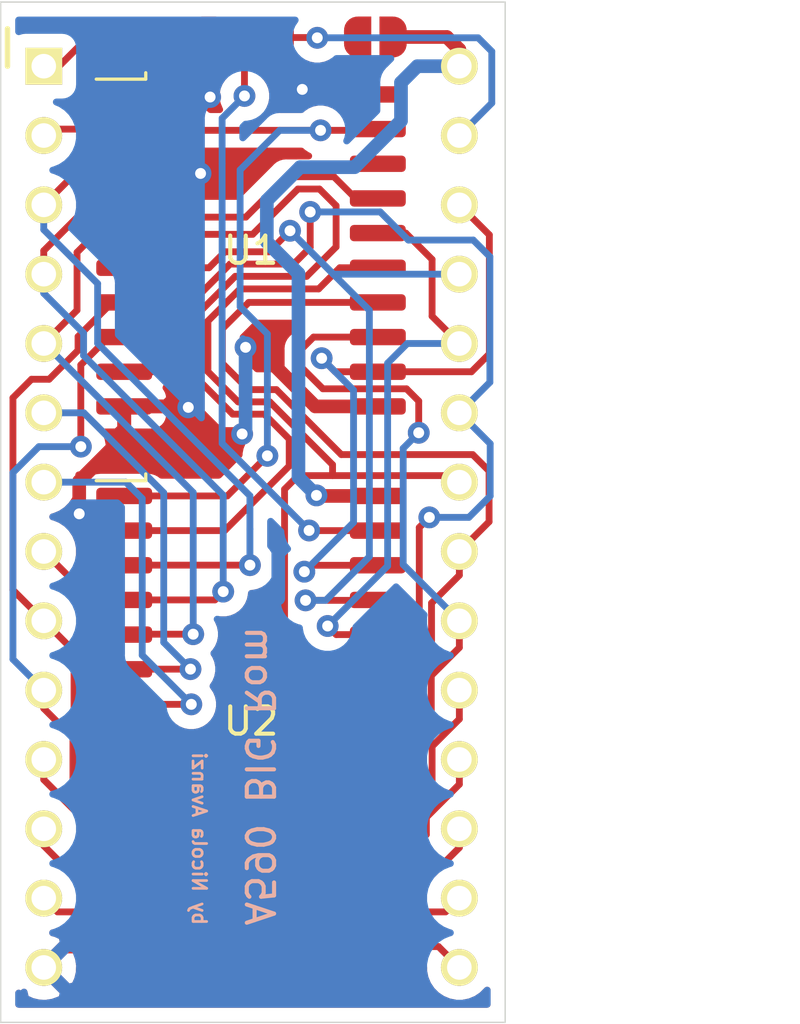
<source format=kicad_pcb>
(kicad_pcb (version 20171130) (host pcbnew "(5.1.12)-1")

  (general
    (thickness 1.6)
    (drawings 7)
    (tracks 319)
    (zones 0)
    (modules 6)
    (nets 34)
  )

  (page A4)
  (layers
    (0 F.Cu signal)
    (31 B.Cu signal)
    (32 B.Adhes user)
    (33 F.Adhes user)
    (34 B.Paste user)
    (35 F.Paste user)
    (36 B.SilkS user)
    (37 F.SilkS user)
    (38 B.Mask user)
    (39 F.Mask user)
    (40 Dwgs.User user)
    (41 Cmts.User user)
    (42 Eco1.User user)
    (43 Eco2.User user)
    (44 Edge.Cuts user)
    (45 Margin user)
    (46 B.CrtYd user)
    (47 F.CrtYd user)
    (48 B.Fab user)
    (49 F.Fab user)
  )

  (setup
    (last_trace_width 0.5)
    (user_trace_width 0.5)
    (trace_clearance 0.2)
    (zone_clearance 0.508)
    (zone_45_only no)
    (trace_min 0.2)
    (via_size 0.8)
    (via_drill 0.4)
    (via_min_size 0.4)
    (via_min_drill 0.3)
    (uvia_size 0.3)
    (uvia_drill 0.1)
    (uvias_allowed no)
    (uvia_min_size 0.2)
    (uvia_min_drill 0.1)
    (edge_width 0.05)
    (segment_width 0.2)
    (pcb_text_width 0.3)
    (pcb_text_size 1.5 1.5)
    (mod_edge_width 0.12)
    (mod_text_size 1 1)
    (mod_text_width 0.15)
    (pad_size 1.524 1.524)
    (pad_drill 0.762)
    (pad_to_mask_clearance 0)
    (aux_axis_origin 0 0)
    (visible_elements 7FFFFFFF)
    (pcbplotparams
      (layerselection 0x010fc_ffffffff)
      (usegerberextensions false)
      (usegerberattributes true)
      (usegerberadvancedattributes true)
      (creategerberjobfile true)
      (excludeedgelayer true)
      (linewidth 0.100000)
      (plotframeref false)
      (viasonmask false)
      (mode 1)
      (useauxorigin false)
      (hpglpennumber 1)
      (hpglpenspeed 20)
      (hpglpendiameter 15.000000)
      (psnegative false)
      (psa4output false)
      (plotreference true)
      (plotvalue true)
      (plotinvisibletext false)
      (padsonsilk false)
      (subtractmaskfromsilk false)
      (outputformat 1)
      (mirror false)
      (drillshape 0)
      (scaleselection 1)
      (outputdirectory "gerber/"))
  )

  (net 0 "")
  (net 1 "Net-(J1-Pad1)")
  (net 2 A12)
  (net 3 A7)
  (net 4 A6)
  (net 5 A5)
  (net 6 A4)
  (net 7 A3)
  (net 8 A2)
  (net 9 A1)
  (net 10 A0)
  (net 11 DQ0)
  (net 12 DQ1)
  (net 13 DQ2)
  (net 14 GND)
  (net 15 DQ3)
  (net 16 DQ4)
  (net 17 DQ5)
  (net 18 DQ6)
  (net 19 DQ7)
  (net 20 ~CE~)
  (net 21 A10)
  (net 22 ~OE~)
  (net 23 A11)
  (net 24 A9)
  (net 25 A8)
  (net 26 A13)
  (net 27 "Net-(J1-Pad27)")
  (net 28 +5V)
  (net 29 CLK)
  (net 30 "Net-(U1-Pad18)")
  (net 31 A14)
  (net 32 ~WE~)
  (net 33 "Net-(SW2-Pad1)")

  (net_class Default "This is the default net class."
    (clearance 0.2)
    (trace_width 0.25)
    (via_dia 0.8)
    (via_drill 0.4)
    (uvia_dia 0.3)
    (uvia_drill 0.1)
    (add_net +5V)
    (add_net A0)
    (add_net A1)
    (add_net A10)
    (add_net A11)
    (add_net A12)
    (add_net A13)
    (add_net A14)
    (add_net A2)
    (add_net A3)
    (add_net A4)
    (add_net A5)
    (add_net A6)
    (add_net A7)
    (add_net A8)
    (add_net A9)
    (add_net CLK)
    (add_net DQ0)
    (add_net DQ1)
    (add_net DQ2)
    (add_net DQ3)
    (add_net DQ4)
    (add_net DQ5)
    (add_net DQ6)
    (add_net DQ7)
    (add_net GND)
    (add_net "Net-(J1-Pad1)")
    (add_net "Net-(J1-Pad27)")
    (add_net "Net-(SW2-Pad1)")
    (add_net "Net-(U1-Pad18)")
    (add_net ~CE~)
    (add_net ~OE~)
    (add_net ~WE~)
  )

  (module Package_SO:SOIC-28W_7.5x17.9mm_P1.27mm (layer F.Cu) (tedit 63D10381) (tstamp 63B89580)
    (at 152.6 121.5)
    (descr "SOIC, 28 Pin (JEDEC MS-013AE, https://www.analog.com/media/en/package-pcb-resources/package/35833120341221rw_28.pdf), generated with kicad-footprint-generator ipc_gullwing_generator.py")
    (tags "SOIC SO")
    (path /63B8CD64)
    (attr smd)
    (fp_text reference U2 (at 0 0) (layer F.SilkS)
      (effects (font (size 1 1) (thickness 0.15)))
    )
    (fp_text value AT28HC256F (at 0 9.9) (layer F.SilkS) hide
      (effects (font (size 1 1) (thickness 0.15)))
    )
    (fp_line (start -3.86 -9.06) (end -3.86 -8.815) (layer F.SilkS) (width 0.12))
    (fp_line (start -3.86 -8.815) (end -5.675 -8.815) (layer F.SilkS) (width 0.12))
    (fp_line (start -2.75 -8.95) (end 3.75 -8.95) (layer F.Fab) (width 0.1))
    (fp_line (start 3.75 -8.95) (end 3.75 8.95) (layer F.Fab) (width 0.1))
    (fp_line (start 3.75 8.95) (end -3.75 8.95) (layer F.Fab) (width 0.1))
    (fp_line (start -3.75 8.95) (end -3.75 -7.95) (layer F.Fab) (width 0.1))
    (fp_line (start -3.75 -7.95) (end -2.75 -8.95) (layer F.Fab) (width 0.1))
    (fp_line (start -5.93 -9.2) (end -5.93 9.2) (layer F.CrtYd) (width 0.05))
    (fp_line (start -5.93 9.2) (end 5.93 9.2) (layer F.CrtYd) (width 0.05))
    (fp_line (start 5.93 9.2) (end 5.93 -9.2) (layer F.CrtYd) (width 0.05))
    (fp_line (start 5.93 -9.2) (end -5.93 -9.2) (layer F.CrtYd) (width 0.05))
    (fp_text user %R (at 0 0) (layer F.Fab)
      (effects (font (size 1 1) (thickness 0.15)))
    )
    (pad 1 smd roundrect (at -4.65 -8.255) (size 2.05 0.6) (layers F.Cu F.Paste F.Mask) (roundrect_rratio 0.25)
      (net 31 A14))
    (pad 2 smd roundrect (at -4.65 -6.985) (size 2.05 0.6) (layers F.Cu F.Paste F.Mask) (roundrect_rratio 0.25)
      (net 2 A12))
    (pad 3 smd roundrect (at -4.65 -5.715) (size 2.05 0.6) (layers F.Cu F.Paste F.Mask) (roundrect_rratio 0.25)
      (net 3 A7))
    (pad 4 smd roundrect (at -4.65 -4.445) (size 2.05 0.6) (layers F.Cu F.Paste F.Mask) (roundrect_rratio 0.25)
      (net 4 A6))
    (pad 5 smd roundrect (at -4.65 -3.175) (size 2.05 0.6) (layers F.Cu F.Paste F.Mask) (roundrect_rratio 0.25)
      (net 5 A5))
    (pad 6 smd roundrect (at -4.65 -1.905) (size 2.05 0.6) (layers F.Cu F.Paste F.Mask) (roundrect_rratio 0.25)
      (net 6 A4))
    (pad 7 smd roundrect (at -4.65 -0.635) (size 2.05 0.6) (layers F.Cu F.Paste F.Mask) (roundrect_rratio 0.25)
      (net 7 A3))
    (pad 8 smd roundrect (at -4.65 0.635) (size 2.05 0.6) (layers F.Cu F.Paste F.Mask) (roundrect_rratio 0.25)
      (net 8 A2))
    (pad 9 smd roundrect (at -4.65 1.905) (size 2.05 0.6) (layers F.Cu F.Paste F.Mask) (roundrect_rratio 0.25)
      (net 9 A1))
    (pad 10 smd roundrect (at -4.65 3.175) (size 2.05 0.6) (layers F.Cu F.Paste F.Mask) (roundrect_rratio 0.25)
      (net 10 A0))
    (pad 11 smd roundrect (at -4.65 4.445) (size 2.05 0.6) (layers F.Cu F.Paste F.Mask) (roundrect_rratio 0.25)
      (net 11 DQ0))
    (pad 12 smd roundrect (at -4.65 5.715) (size 2.05 0.6) (layers F.Cu F.Paste F.Mask) (roundrect_rratio 0.25)
      (net 12 DQ1))
    (pad 13 smd roundrect (at -4.65 6.985) (size 2.05 0.6) (layers F.Cu F.Paste F.Mask) (roundrect_rratio 0.25)
      (net 13 DQ2))
    (pad 14 smd roundrect (at -4.65 8.255) (size 2.05 0.6) (layers F.Cu F.Paste F.Mask) (roundrect_rratio 0.25)
      (net 14 GND))
    (pad 15 smd roundrect (at 4.65 8.255) (size 2.05 0.6) (layers F.Cu F.Paste F.Mask) (roundrect_rratio 0.25)
      (net 15 DQ3))
    (pad 16 smd roundrect (at 4.65 6.985) (size 2.05 0.6) (layers F.Cu F.Paste F.Mask) (roundrect_rratio 0.25)
      (net 16 DQ4))
    (pad 17 smd roundrect (at 4.65 5.715) (size 2.05 0.6) (layers F.Cu F.Paste F.Mask) (roundrect_rratio 0.25)
      (net 17 DQ5))
    (pad 18 smd roundrect (at 4.65 4.445) (size 2.05 0.6) (layers F.Cu F.Paste F.Mask) (roundrect_rratio 0.25)
      (net 18 DQ6))
    (pad 19 smd roundrect (at 4.65 3.175) (size 2.05 0.6) (layers F.Cu F.Paste F.Mask) (roundrect_rratio 0.25)
      (net 19 DQ7))
    (pad 20 smd roundrect (at 4.65 1.905) (size 2.05 0.6) (layers F.Cu F.Paste F.Mask) (roundrect_rratio 0.25)
      (net 20 ~CE~))
    (pad 21 smd roundrect (at 4.65 0.635) (size 2.05 0.6) (layers F.Cu F.Paste F.Mask) (roundrect_rratio 0.25)
      (net 21 A10))
    (pad 22 smd roundrect (at 4.65 -0.635) (size 2.05 0.6) (layers F.Cu F.Paste F.Mask) (roundrect_rratio 0.25)
      (net 22 ~OE~))
    (pad 23 smd roundrect (at 4.65 -1.905) (size 2.05 0.6) (layers F.Cu F.Paste F.Mask) (roundrect_rratio 0.25)
      (net 23 A11))
    (pad 24 smd roundrect (at 4.65 -3.175) (size 2.05 0.6) (layers F.Cu F.Paste F.Mask) (roundrect_rratio 0.25)
      (net 24 A9))
    (pad 25 smd roundrect (at 4.65 -4.445) (size 2.05 0.6) (layers F.Cu F.Paste F.Mask) (roundrect_rratio 0.25)
      (net 25 A8))
    (pad 26 smd roundrect (at 4.65 -5.715) (size 2.05 0.6) (layers F.Cu F.Paste F.Mask) (roundrect_rratio 0.25)
      (net 26 A13))
    (pad 27 smd roundrect (at 4.65 -6.985) (size 2.05 0.6) (layers F.Cu F.Paste F.Mask) (roundrect_rratio 0.25)
      (net 32 ~WE~))
    (pad 28 smd roundrect (at 4.65 -8.255) (size 2.05 0.6) (layers F.Cu F.Paste F.Mask) (roundrect_rratio 0.25)
      (net 28 +5V))
    (model ${KISYS3DMOD}/Package_SO.3dshapes/SOIC-28W_7.5x17.9mm_P1.27mm.wrl
      (at (xyz 0 0 0))
      (scale (xyz 1 1 1))
      (rotate (xyz 0 0 0))
    )
  )

  (module Package_SO:SOIC-20W_7.5x12.8mm_P1.27mm (layer F.Cu) (tedit 63D1034E) (tstamp 63B8954D)
    (at 152.6 104.25)
    (descr "SOIC, 20 Pin (JEDEC MS-013AC, https://www.analog.com/media/en/package-pcb-resources/package/233848rw_20.pdf), generated with kicad-footprint-generator ipc_gullwing_generator.py")
    (tags "SOIC SO")
    (path /63B8C630)
    (attr smd)
    (fp_text reference U1 (at 0 0) (layer F.SilkS)
      (effects (font (size 1 1) (thickness 0.15)))
    )
    (fp_text value ATF16V8BQL (at 0 7.35) (layer F.SilkS) hide
      (effects (font (size 1 1) (thickness 0.15)))
    )
    (fp_line (start -3.86 -6.51) (end -3.86 -6.275) (layer F.SilkS) (width 0.12))
    (fp_line (start -3.86 -6.275) (end -5.675 -6.275) (layer F.SilkS) (width 0.12))
    (fp_line (start -2.75 -6.4) (end 3.75 -6.4) (layer F.Fab) (width 0.1))
    (fp_line (start 3.75 -6.4) (end 3.75 6.4) (layer F.Fab) (width 0.1))
    (fp_line (start 3.75 6.4) (end -3.75 6.4) (layer F.Fab) (width 0.1))
    (fp_line (start -3.75 6.4) (end -3.75 -5.4) (layer F.Fab) (width 0.1))
    (fp_line (start -3.75 -5.4) (end -2.75 -6.4) (layer F.Fab) (width 0.1))
    (fp_line (start -5.93 -6.65) (end -5.93 6.65) (layer F.CrtYd) (width 0.05))
    (fp_line (start -5.93 6.65) (end 5.93 6.65) (layer F.CrtYd) (width 0.05))
    (fp_line (start 5.93 6.65) (end 5.93 -6.65) (layer F.CrtYd) (width 0.05))
    (fp_line (start 5.93 -6.65) (end -5.93 -6.65) (layer F.CrtYd) (width 0.05))
    (fp_text user %R (at 0 0) (layer F.Fab)
      (effects (font (size 1 1) (thickness 0.15)))
    )
    (pad 1 smd roundrect (at -4.65 -5.715) (size 2.05 0.6) (layers F.Cu F.Paste F.Mask) (roundrect_rratio 0.25)
      (net 29 CLK))
    (pad 2 smd roundrect (at -4.65 -4.445) (size 2.05 0.6) (layers F.Cu F.Paste F.Mask) (roundrect_rratio 0.25)
      (net 2 A12))
    (pad 3 smd roundrect (at -4.65 -3.175) (size 2.05 0.6) (layers F.Cu F.Paste F.Mask) (roundrect_rratio 0.25)
      (net 3 A7))
    (pad 4 smd roundrect (at -4.65 -1.905) (size 2.05 0.6) (layers F.Cu F.Paste F.Mask) (roundrect_rratio 0.25)
      (net 4 A6))
    (pad 5 smd roundrect (at -4.65 -0.635) (size 2.05 0.6) (layers F.Cu F.Paste F.Mask) (roundrect_rratio 0.25)
      (net 5 A5))
    (pad 6 smd roundrect (at -4.65 0.635) (size 2.05 0.6) (layers F.Cu F.Paste F.Mask) (roundrect_rratio 0.25)
      (net 25 A8))
    (pad 7 smd roundrect (at -4.65 1.905) (size 2.05 0.6) (layers F.Cu F.Paste F.Mask) (roundrect_rratio 0.25)
      (net 9 A1))
    (pad 8 smd roundrect (at -4.65 3.175) (size 2.05 0.6) (layers F.Cu F.Paste F.Mask) (roundrect_rratio 0.25)
      (net 10 A0))
    (pad 9 smd roundrect (at -4.65 4.445) (size 2.05 0.6) (layers F.Cu F.Paste F.Mask) (roundrect_rratio 0.25)
      (net 23 A11))
    (pad 10 smd roundrect (at -4.65 5.715) (size 2.05 0.6) (layers F.Cu F.Paste F.Mask) (roundrect_rratio 0.25)
      (net 14 GND))
    (pad 11 smd roundrect (at 4.65 5.715) (size 2.05 0.6) (layers F.Cu F.Paste F.Mask) (roundrect_rratio 0.25)
      (net 14 GND))
    (pad 12 smd roundrect (at 4.65 4.445) (size 2.05 0.6) (layers F.Cu F.Paste F.Mask) (roundrect_rratio 0.25)
      (net 26 A13))
    (pad 13 smd roundrect (at 4.65 3.175) (size 2.05 0.6) (layers F.Cu F.Paste F.Mask) (roundrect_rratio 0.25)
      (net 20 ~CE~))
    (pad 14 smd roundrect (at 4.65 1.905) (size 2.05 0.6) (layers F.Cu F.Paste F.Mask) (roundrect_rratio 0.25)
      (net 21 A10))
    (pad 15 smd roundrect (at 4.65 0.635) (size 2.05 0.6) (layers F.Cu F.Paste F.Mask) (roundrect_rratio 0.25)
      (net 22 ~OE~))
    (pad 16 smd roundrect (at 4.65 -0.635) (size 2.05 0.6) (layers F.Cu F.Paste F.Mask) (roundrect_rratio 0.25)
      (net 24 A9))
    (pad 17 smd roundrect (at 4.65 -1.905) (size 2.05 0.6) (layers F.Cu F.Paste F.Mask) (roundrect_rratio 0.25)
      (net 29 CLK))
    (pad 18 smd roundrect (at 4.65 -3.175) (size 2.05 0.6) (layers F.Cu F.Paste F.Mask) (roundrect_rratio 0.25)
      (net 30 "Net-(U1-Pad18)"))
    (pad 19 smd roundrect (at 4.65 -4.445) (size 2.05 0.6) (layers F.Cu F.Paste F.Mask) (roundrect_rratio 0.25)
      (net 31 A14))
    (pad 20 smd roundrect (at 4.65 -5.715) (size 2.05 0.6) (layers F.Cu F.Paste F.Mask) (roundrect_rratio 0.25)
      (net 33 "Net-(SW2-Pad1)"))
    (model ${KISYS3DMOD}/Package_SO.3dshapes/SOIC-20W_7.5x12.8mm_P1.27mm.wrl
      (at (xyz 0 0 0))
      (scale (xyz 1 1 1))
      (rotate (xyz 0 0 0))
    )
  )

  (module Jumper:SolderJumper-2_P1.3mm_Open_RoundedPad1.0x1.5mm (layer F.Cu) (tedit 63D10076) (tstamp 63D11560)
    (at 157.16 96.43)
    (descr "SMD Solder Jumper, 1x1.5mm, rounded Pads, 0.3mm gap, open")
    (tags "solder jumper open")
    (path /63DD4BC3)
    (attr virtual)
    (fp_text reference SW2 (at 0 -1.8) (layer F.SilkS) hide
      (effects (font (size 1 1) (thickness 0.15)))
    )
    (fp_text value SW_DIP_x01 (at 0 1.9) (layer F.Fab)
      (effects (font (size 1 1) (thickness 0.15)))
    )
    (fp_line (start -1.65 -1.25) (end 1.65 -1.25) (layer F.CrtYd) (width 0.05))
    (fp_line (start -1.65 -1.25) (end -1.65 1.25) (layer F.CrtYd) (width 0.05))
    (fp_line (start 1.65 1.25) (end 1.65 -1.25) (layer F.CrtYd) (width 0.05))
    (fp_line (start 1.65 1.25) (end -1.65 1.25) (layer F.CrtYd) (width 0.05))
    (pad 2 smd custom (at 0.65 0) (size 1 0.5) (layers F.Cu F.Mask)
      (net 28 +5V) (zone_connect 2)
      (options (clearance outline) (anchor rect))
      (primitives
        (gr_circle (center 0 0.25) (end 0.5 0.25) (width 0))
        (gr_circle (center 0 -0.25) (end 0.5 -0.25) (width 0))
        (gr_poly (pts
           (xy 0 -0.75) (xy -0.5 -0.75) (xy -0.5 0.75) (xy 0 0.75)) (width 0))
      ))
    (pad 1 smd custom (at -0.65 0) (size 1 0.5) (layers F.Cu F.Mask)
      (net 33 "Net-(SW2-Pad1)") (zone_connect 2)
      (options (clearance outline) (anchor rect))
      (primitives
        (gr_circle (center 0 0.25) (end 0.5 0.25) (width 0))
        (gr_circle (center 0 -0.25) (end 0.5 -0.25) (width 0))
        (gr_poly (pts
           (xy 0 -0.75) (xy 0.5 -0.75) (xy 0.5 0.75) (xy 0 0.75)) (width 0))
      ))
  )

  (module Jumper:SolderJumper-2_P1.3mm_Open_RoundedPad1.0x1.5mm (layer F.Cu) (tedit 63D1005E) (tstamp 63D11572)
    (at 153.02 96.45)
    (descr "SMD Solder Jumper, 1x1.5mm, rounded Pads, 0.3mm gap, open")
    (tags "solder jumper open")
    (path /63DF0169)
    (attr virtual)
    (fp_text reference SW3 (at 0 -1.8) (layer F.SilkS) hide
      (effects (font (size 1 1) (thickness 0.15)))
    )
    (fp_text value SW_DIP_x01 (at 0 1.9) (layer F.Fab)
      (effects (font (size 1 1) (thickness 0.15)))
    )
    (fp_line (start 1.65 1.25) (end -1.65 1.25) (layer F.CrtYd) (width 0.05))
    (fp_line (start 1.65 1.25) (end 1.65 -1.25) (layer F.CrtYd) (width 0.05))
    (fp_line (start -1.65 -1.25) (end -1.65 1.25) (layer F.CrtYd) (width 0.05))
    (fp_line (start -1.65 -1.25) (end 1.65 -1.25) (layer F.CrtYd) (width 0.05))
    (pad 1 smd custom (at -0.65 0) (size 1 0.5) (layers F.Cu F.Mask)
      (net 32 ~WE~) (zone_connect 2)
      (options (clearance outline) (anchor rect))
      (primitives
        (gr_circle (center 0 0.25) (end 0.5 0.25) (width 0))
        (gr_circle (center 0 -0.25) (end 0.5 -0.25) (width 0))
        (gr_poly (pts
           (xy 0 -0.75) (xy 0.5 -0.75) (xy 0.5 0.75) (xy 0 0.75)) (width 0))
      ))
    (pad 2 smd custom (at 0.65 0) (size 1 0.5) (layers F.Cu F.Mask)
      (net 27 "Net-(J1-Pad27)") (zone_connect 2)
      (options (clearance outline) (anchor rect))
      (primitives
        (gr_circle (center 0 0.25) (end 0.5 0.25) (width 0))
        (gr_circle (center 0 -0.25) (end 0.5 -0.25) (width 0))
        (gr_poly (pts
           (xy 0 -0.75) (xy -0.5 -0.75) (xy -0.5 0.75) (xy 0 0.75)) (width 0))
      ))
  )

  (module Jumper:SolderJumper-2_P1.3mm_Open_RoundedPad1.0x1.5mm (layer F.Cu) (tedit 63D10040) (tstamp 63D1154E)
    (at 149.1 96.5)
    (descr "SMD Solder Jumper, 1x1.5mm, rounded Pads, 0.3mm gap, open")
    (tags "solder jumper open")
    (path /63DC7EDA)
    (attr virtual)
    (fp_text reference SW1 (at 0 -1.8) (layer F.SilkS) hide
      (effects (font (size 1 1) (thickness 0.15)))
    )
    (fp_text value SW_DIP_x01 (at 0 1.9) (layer F.Fab)
      (effects (font (size 1 1) (thickness 0.15)))
    )
    (fp_line (start 1.65 1.25) (end -1.65 1.25) (layer F.CrtYd) (width 0.05))
    (fp_line (start 1.65 1.25) (end 1.65 -1.25) (layer F.CrtYd) (width 0.05))
    (fp_line (start -1.65 -1.25) (end -1.65 1.25) (layer F.CrtYd) (width 0.05))
    (fp_line (start -1.65 -1.25) (end 1.65 -1.25) (layer F.CrtYd) (width 0.05))
    (pad 1 smd custom (at -0.65 0) (size 1 0.5) (layers F.Cu F.Mask)
      (net 1 "Net-(J1-Pad1)") (zone_connect 2)
      (options (clearance outline) (anchor rect))
      (primitives
        (gr_circle (center 0 0.25) (end 0.5 0.25) (width 0))
        (gr_circle (center 0 -0.25) (end 0.5 -0.25) (width 0))
        (gr_poly (pts
           (xy 0 -0.75) (xy 0.5 -0.75) (xy 0.5 0.75) (xy 0 0.75)) (width 0))
      ))
    (pad 2 smd custom (at 0.65 0) (size 1 0.5) (layers F.Cu F.Mask)
      (net 31 A14) (zone_connect 2)
      (options (clearance outline) (anchor rect))
      (primitives
        (gr_circle (center 0 0.25) (end 0.5 0.25) (width 0))
        (gr_circle (center 0 -0.25) (end 0.5 -0.25) (width 0))
        (gr_poly (pts
           (xy 0 -0.75) (xy -0.5 -0.75) (xy -0.5 0.75) (xy 0 0.75)) (width 0))
      ))
  )

  (module SamacSys_Parts:DIPS1524W70P254L3556H530Q28N (layer F.Cu) (tedit 63D0FDB0) (tstamp 63B8973C)
    (at 145 97.5)
    (descr 1-2199299-2)
    (tags Connector)
    (path /63B8E199)
    (fp_text reference J1 (at 0 0) (layer F.SilkS) hide
      (effects (font (size 1.27 1.27) (thickness 0.254)))
    )
    (fp_text value 1-2199299-2 (at 7.56 -3.9) (layer F.SilkS) hide
      (effects (font (size 1.27 1.27) (thickness 0.254)))
    )
    (fp_line (start -1.33 -1.37) (end -1.33 0) (layer F.SilkS) (width 0.2))
    (fp_line (start -1.33 -0.1) (end -0.06 -1.37) (layer Dwgs.User) (width 0.1))
    (fp_line (start -1.33 34.39) (end -1.33 -1.37) (layer Dwgs.User) (width 0.1))
    (fp_line (start 16.57 34.39) (end -1.33 34.39) (layer Dwgs.User) (width 0.1))
    (fp_line (start 16.57 -1.37) (end 16.57 34.39) (layer Dwgs.User) (width 0.1))
    (fp_line (start -1.33 -1.37) (end 16.57 -1.37) (layer Dwgs.User) (width 0.1))
    (fp_line (start -1.58 34.64) (end -1.58 -1.62) (layer Dwgs.User) (width 0.05))
    (fp_line (start 16.82 34.64) (end -1.58 34.64) (layer Dwgs.User) (width 0.05))
    (fp_line (start 16.82 -1.62) (end 16.82 34.64) (layer Dwgs.User) (width 0.05))
    (fp_line (start -1.58 -1.62) (end 16.82 -1.62) (layer Dwgs.User) (width 0.05))
    (pad 1 thru_hole rect (at 0 0 90) (size 1.35 1.35) (drill 0.9) (layers *.Cu *.Mask F.SilkS)
      (net 1 "Net-(J1-Pad1)"))
    (pad 2 thru_hole circle (at 0 2.54 90) (size 1.35 1.35) (drill 0.9) (layers *.Cu *.Mask F.SilkS)
      (net 2 A12))
    (pad 3 thru_hole circle (at 0 5.08 90) (size 1.35 1.35) (drill 0.9) (layers *.Cu *.Mask F.SilkS)
      (net 3 A7))
    (pad 4 thru_hole circle (at 0 7.62 90) (size 1.35 1.35) (drill 0.9) (layers *.Cu *.Mask F.SilkS)
      (net 4 A6))
    (pad 5 thru_hole circle (at 0 10.16 90) (size 1.35 1.35) (drill 0.9) (layers *.Cu *.Mask F.SilkS)
      (net 5 A5))
    (pad 6 thru_hole circle (at 0 12.7 90) (size 1.35 1.35) (drill 0.9) (layers *.Cu *.Mask F.SilkS)
      (net 6 A4))
    (pad 7 thru_hole circle (at 0 15.24 90) (size 1.35 1.35) (drill 0.9) (layers *.Cu *.Mask F.SilkS)
      (net 7 A3))
    (pad 8 thru_hole circle (at 0 17.78 90) (size 1.35 1.35) (drill 0.9) (layers *.Cu *.Mask F.SilkS)
      (net 8 A2))
    (pad 9 thru_hole circle (at 0 20.32 90) (size 1.35 1.35) (drill 0.9) (layers *.Cu *.Mask F.SilkS)
      (net 9 A1))
    (pad 10 thru_hole circle (at 0 22.86 90) (size 1.35 1.35) (drill 0.9) (layers *.Cu *.Mask F.SilkS)
      (net 10 A0))
    (pad 11 thru_hole circle (at 0 25.4 90) (size 1.35 1.35) (drill 0.9) (layers *.Cu *.Mask F.SilkS)
      (net 11 DQ0))
    (pad 12 thru_hole circle (at 0 27.94 90) (size 1.35 1.35) (drill 0.9) (layers *.Cu *.Mask F.SilkS)
      (net 12 DQ1))
    (pad 13 thru_hole circle (at 0 30.48 90) (size 1.35 1.35) (drill 0.9) (layers *.Cu *.Mask F.SilkS)
      (net 13 DQ2))
    (pad 14 thru_hole circle (at 0 33.02 90) (size 1.35 1.35) (drill 0.9) (layers *.Cu *.Mask F.SilkS)
      (net 14 GND))
    (pad 15 thru_hole circle (at 15.24 33.02 90) (size 1.35 1.35) (drill 0.9) (layers *.Cu *.Mask F.SilkS)
      (net 15 DQ3))
    (pad 16 thru_hole circle (at 15.24 30.48 90) (size 1.35 1.35) (drill 0.9) (layers *.Cu *.Mask F.SilkS)
      (net 16 DQ4))
    (pad 17 thru_hole circle (at 15.24 27.94 90) (size 1.35 1.35) (drill 0.9) (layers *.Cu *.Mask F.SilkS)
      (net 17 DQ5))
    (pad 18 thru_hole circle (at 15.24 25.4 90) (size 1.35 1.35) (drill 0.9) (layers *.Cu *.Mask F.SilkS)
      (net 18 DQ6))
    (pad 19 thru_hole circle (at 15.24 22.86 90) (size 1.35 1.35) (drill 0.9) (layers *.Cu *.Mask F.SilkS)
      (net 19 DQ7))
    (pad 20 thru_hole circle (at 15.24 20.32 90) (size 1.35 1.35) (drill 0.9) (layers *.Cu *.Mask F.SilkS)
      (net 20 ~CE~))
    (pad 21 thru_hole circle (at 15.24 17.78 90) (size 1.35 1.35) (drill 0.9) (layers *.Cu *.Mask F.SilkS)
      (net 21 A10))
    (pad 22 thru_hole circle (at 15.24 15.24 90) (size 1.35 1.35) (drill 0.9) (layers *.Cu *.Mask F.SilkS)
      (net 22 ~OE~))
    (pad 23 thru_hole circle (at 15.24 12.7 90) (size 1.35 1.35) (drill 0.9) (layers *.Cu *.Mask F.SilkS)
      (net 23 A11))
    (pad 24 thru_hole circle (at 15.24 10.16 90) (size 1.35 1.35) (drill 0.9) (layers *.Cu *.Mask F.SilkS)
      (net 24 A9))
    (pad 25 thru_hole circle (at 15.24 7.62 90) (size 1.35 1.35) (drill 0.9) (layers *.Cu *.Mask F.SilkS)
      (net 25 A8))
    (pad 26 thru_hole circle (at 15.24 5.08 90) (size 1.35 1.35) (drill 0.9) (layers *.Cu *.Mask F.SilkS)
      (net 26 A13))
    (pad 27 thru_hole circle (at 15.24 2.54 90) (size 1.35 1.35) (drill 0.9) (layers *.Cu *.Mask F.SilkS)
      (net 27 "Net-(J1-Pad27)"))
    (pad 28 thru_hole circle (at 15.24 0 90) (size 1.35 1.35) (drill 0.9) (layers *.Cu *.Mask F.SilkS)
      (net 28 +5V))
  )

  (dimension 37.38 (width 0.15) (layer Dwgs.User)
    (gr_text "37,380 mm" (at 171.375 113.84 270) (layer Dwgs.User)
      (effects (font (size 1 1) (thickness 0.15)))
    )
    (feature1 (pts (xy 161.92 132.53) (xy 170.661421 132.53)))
    (feature2 (pts (xy 161.92 95.15) (xy 170.661421 95.15)))
    (crossbar (pts (xy 170.075 95.15) (xy 170.075 132.53)))
    (arrow1a (pts (xy 170.075 132.53) (xy 169.488579 131.403496)))
    (arrow1b (pts (xy 170.075 132.53) (xy 170.661421 131.403496)))
    (arrow2a (pts (xy 170.075 95.15) (xy 169.488579 96.276504)))
    (arrow2b (pts (xy 170.075 95.15) (xy 170.661421 96.276504)))
  )
  (gr_text "by Nicola Avanzi" (at 150.7 125.8 270) (layer B.SilkS)
    (effects (font (size 0.5 0.5) (thickness 0.1)) (justify mirror))
  )
  (gr_text "A590 BIG Rom\n" (at 152.9 123.5 270) (layer B.SilkS)
    (effects (font (size 1 1) (thickness 0.15)) (justify mirror))
  )
  (gr_line (start 143.42 132.53) (end 143.42 95.15) (layer Edge.Cuts) (width 0.05) (tstamp 63B89ABC))
  (gr_line (start 161.92 132.53) (end 143.42 132.53) (layer Edge.Cuts) (width 0.05) (tstamp 63B89AC5))
  (gr_line (start 161.92 95.15) (end 161.92 132.53) (layer Edge.Cuts) (width 0.05) (tstamp 63B89ABF))
  (gr_line (start 143.42 95.15) (end 161.92 95.15) (layer Edge.Cuts) (width 0.05) (tstamp 63B89AC2))

  (segment (start 145 97.5) (end 145.56 97.5) (width 0.25) (layer F.Cu) (net 1))
  (segment (start 146.56 96.5) (end 148.45 96.5) (width 0.25) (layer F.Cu) (net 1))
  (segment (start 145.56 97.5) (end 146.56 96.5) (width 0.25) (layer F.Cu) (net 1))
  (segment (start 145.235 99.805) (end 145 100.04) (width 0.25) (layer F.Cu) (net 2))
  (segment (start 147.95 99.805) (end 145.235 99.805) (width 0.25) (layer F.Cu) (net 2))
  (segment (start 151.633004 114.515) (end 147.95 114.515) (width 0.25) (layer F.Cu) (net 2))
  (segment (start 154.000002 112.148002) (end 151.633004 114.515) (width 0.25) (layer F.Cu) (net 2))
  (segment (start 147.95 99.805) (end 149.075 99.805) (width 0.25) (layer F.Cu) (net 2))
  (segment (start 149.075 99.805) (end 149.5 100.23) (width 0.25) (layer F.Cu) (net 2))
  (segment (start 152.66 103.66) (end 154.32 102) (width 0.25) (layer F.Cu) (net 2))
  (segment (start 149.5 100.23) (end 149.5 102.98) (width 0.25) (layer F.Cu) (net 2))
  (segment (start 155.11 102) (end 155.72 102.61) (width 0.25) (layer F.Cu) (net 2))
  (segment (start 151.930316 110.249027) (end 153.089027 110.249027) (width 0.25) (layer F.Cu) (net 2))
  (segment (start 154.32 102) (end 155.11 102) (width 0.25) (layer F.Cu) (net 2))
  (segment (start 150.39 108.708711) (end 151.930316 110.249027) (width 0.25) (layer F.Cu) (net 2))
  (segment (start 150.18 103.66) (end 152.66 103.66) (width 0.25) (layer F.Cu) (net 2))
  (segment (start 149.5 102.98) (end 150.18 103.66) (width 0.25) (layer F.Cu) (net 2))
  (segment (start 150.39 106.83) (end 150.39 108.708711) (width 0.25) (layer F.Cu) (net 2))
  (segment (start 155.72 104.12) (end 154.64 105.2) (width 0.25) (layer F.Cu) (net 2))
  (segment (start 154.64 105.2) (end 152.02 105.2) (width 0.25) (layer F.Cu) (net 2))
  (segment (start 155.72 102.61) (end 155.72 104.12) (width 0.25) (layer F.Cu) (net 2))
  (segment (start 152.02 105.2) (end 150.39 106.83) (width 0.25) (layer F.Cu) (net 2))
  (segment (start 153.089027 110.249027) (end 154.000002 111.160002) (width 0.25) (layer F.Cu) (net 2))
  (segment (start 154.000002 111.160002) (end 154.000002 112.148002) (width 0.25) (layer F.Cu) (net 2))
  (segment (start 146.505 101.075) (end 145 102.58) (width 0.25) (layer F.Cu) (net 3))
  (segment (start 147.95 101.075) (end 146.505 101.075) (width 0.25) (layer F.Cu) (net 3))
  (via (at 152.56 115.78) (size 0.8) (drill 0.4) (layers F.Cu B.Cu) (net 3))
  (segment (start 147.955 115.78) (end 147.95 115.785) (width 0.25) (layer F.Cu) (net 3))
  (segment (start 152.56 115.78) (end 147.955 115.78) (width 0.25) (layer F.Cu) (net 3))
  (segment (start 152.56 114.46) (end 152.56 115.78) (width 0.25) (layer B.Cu) (net 3))
  (segment (start 152.56 113.24) (end 152.56 114.46) (width 0.25) (layer B.Cu) (net 3))
  (segment (start 146.975 107.655) (end 152.56 113.24) (width 0.25) (layer B.Cu) (net 3))
  (segment (start 146.975 105.465) (end 146.975 107.655) (width 0.25) (layer B.Cu) (net 3))
  (segment (start 145 103.49) (end 146.975 105.465) (width 0.25) (layer B.Cu) (net 3))
  (segment (start 145 102.58) (end 145 103.49) (width 0.25) (layer B.Cu) (net 3))
  (segment (start 147.95 102.345) (end 146.915 102.345) (width 0.25) (layer F.Cu) (net 4))
  (segment (start 145 104.26) (end 145 105.12) (width 0.25) (layer F.Cu) (net 4))
  (segment (start 146.915 102.345) (end 145 104.26) (width 0.25) (layer F.Cu) (net 4))
  (via (at 151.58 116.75) (size 0.8) (drill 0.4) (layers F.Cu B.Cu) (net 4))
  (segment (start 151.275 117.055) (end 147.95 117.055) (width 0.25) (layer F.Cu) (net 4))
  (segment (start 151.58 116.75) (end 151.275 117.055) (width 0.25) (layer F.Cu) (net 4))
  (segment (start 146.46 108.1) (end 151.58 113.22) (width 0.25) (layer B.Cu) (net 4))
  (segment (start 146.46 107.28) (end 146.46 108.1) (width 0.25) (layer B.Cu) (net 4))
  (segment (start 151.58 113.22) (end 151.58 116.75) (width 0.25) (layer B.Cu) (net 4))
  (segment (start 145 105.82) (end 146.46 107.28) (width 0.25) (layer B.Cu) (net 4))
  (segment (start 145 105.12) (end 145 105.82) (width 0.25) (layer B.Cu) (net 4))
  (segment (start 146.925 103.615) (end 146.22 104.32) (width 0.25) (layer F.Cu) (net 5))
  (segment (start 147.95 103.615) (end 146.925 103.615) (width 0.25) (layer F.Cu) (net 5))
  (segment (start 146.22 106.44) (end 145 107.66) (width 0.25) (layer F.Cu) (net 5))
  (segment (start 146.22 104.32) (end 146.22 106.44) (width 0.25) (layer F.Cu) (net 5))
  (via (at 150.48 118.31) (size 0.8) (drill 0.4) (layers F.Cu B.Cu) (net 5))
  (segment (start 147.965 118.31) (end 147.95 118.325) (width 0.25) (layer F.Cu) (net 5))
  (segment (start 150.48 118.31) (end 147.965 118.31) (width 0.25) (layer F.Cu) (net 5))
  (segment (start 150.48 113.12) (end 150.48 118.31) (width 0.25) (layer B.Cu) (net 5))
  (segment (start 145.02 107.66) (end 150.48 113.12) (width 0.25) (layer B.Cu) (net 5))
  (segment (start 145 107.66) (end 145.02 107.66) (width 0.25) (layer B.Cu) (net 5))
  (via (at 150.38 119.59) (size 0.8) (drill 0.4) (layers F.Cu B.Cu) (net 6))
  (segment (start 147.955 119.59) (end 147.95 119.595) (width 0.25) (layer F.Cu) (net 6))
  (segment (start 150.38 119.59) (end 147.955 119.59) (width 0.25) (layer F.Cu) (net 6))
  (segment (start 149.4 118.61) (end 150.38 119.59) (width 0.25) (layer B.Cu) (net 6))
  (segment (start 149.4 113.13) (end 149.4 118.61) (width 0.25) (layer B.Cu) (net 6))
  (segment (start 146.47 110.2) (end 149.4 113.13) (width 0.25) (layer B.Cu) (net 6))
  (segment (start 145 110.2) (end 146.47 110.2) (width 0.25) (layer B.Cu) (net 6))
  (segment (start 145 112.74) (end 148.01 112.74) (width 0.25) (layer B.Cu) (net 7))
  (segment (start 148.01 112.74) (end 148.61 113.34) (width 0.25) (layer B.Cu) (net 7))
  (via (at 150.41 120.88) (size 0.8) (drill 0.4) (layers F.Cu B.Cu) (net 7))
  (segment (start 148.61 119.08) (end 150.41 120.88) (width 0.25) (layer B.Cu) (net 7))
  (segment (start 148.61 113.34) (end 148.61 119.08) (width 0.25) (layer B.Cu) (net 7))
  (segment (start 147.965 120.88) (end 147.95 120.865) (width 0.25) (layer F.Cu) (net 7))
  (segment (start 150.41 120.88) (end 147.965 120.88) (width 0.25) (layer F.Cu) (net 7))
  (segment (start 146.560009 121.171777) (end 146.560009 116.840009) (width 0.25) (layer F.Cu) (net 8))
  (segment (start 147.523232 122.135) (end 146.560009 121.171777) (width 0.25) (layer F.Cu) (net 8))
  (segment (start 146.560009 116.840009) (end 145 115.28) (width 0.25) (layer F.Cu) (net 8))
  (segment (start 147.95 122.135) (end 147.523232 122.135) (width 0.25) (layer F.Cu) (net 8))
  (segment (start 146.55 121.85) (end 146.11 121.41) (width 0.25) (layer F.Cu) (net 9))
  (segment (start 146.11 121.41) (end 146.11 118.93) (width 0.25) (layer F.Cu) (net 9))
  (segment (start 146.55 123.03) (end 146.55 121.85) (width 0.25) (layer F.Cu) (net 9))
  (segment (start 146.925 123.405) (end 146.55 123.03) (width 0.25) (layer F.Cu) (net 9))
  (segment (start 146.11 118.93) (end 145 117.82) (width 0.25) (layer F.Cu) (net 9))
  (segment (start 147.95 123.405) (end 146.925 123.405) (width 0.25) (layer F.Cu) (net 9))
  (segment (start 144.55 108.97) (end 143.87 109.65) (width 0.25) (layer F.Cu) (net 9))
  (segment (start 147.95 106.155) (end 147.508589 106.155) (width 0.25) (layer F.Cu) (net 9))
  (segment (start 147.508589 106.155) (end 146.256794 107.406794) (width 0.25) (layer F.Cu) (net 9))
  (segment (start 146.256794 107.406794) (end 146.256794 107.910001) (width 0.25) (layer F.Cu) (net 9))
  (segment (start 146.256794 107.910001) (end 145.196795 108.97) (width 0.25) (layer F.Cu) (net 9))
  (segment (start 145.196795 108.97) (end 144.55 108.97) (width 0.25) (layer F.Cu) (net 9))
  (segment (start 143.87 109.65) (end 143.87 116.69) (width 0.25) (layer F.Cu) (net 9))
  (segment (start 143.87 116.69) (end 145 117.82) (width 0.25) (layer F.Cu) (net 9))
  (segment (start 145 121.03) (end 145 120.36) (width 0.25) (layer F.Cu) (net 10))
  (segment (start 146.07 122.1) (end 145 121.03) (width 0.25) (layer F.Cu) (net 10))
  (segment (start 146.07 123.82) (end 146.07 122.1) (width 0.25) (layer F.Cu) (net 10))
  (segment (start 146.925 124.675) (end 146.07 123.82) (width 0.25) (layer F.Cu) (net 10))
  (segment (start 147.95 124.675) (end 146.925 124.675) (width 0.25) (layer F.Cu) (net 10))
  (segment (start 143.87 119.23) (end 143.87 112.389998) (width 0.25) (layer B.Cu) (net 10))
  (segment (start 143.87 112.389998) (end 144.821046 111.438952) (width 0.25) (layer B.Cu) (net 10))
  (via (at 146.358952 111.438952) (size 0.8) (drill 0.4) (layers F.Cu B.Cu) (net 10))
  (segment (start 144.821046 111.438952) (end 146.358952 111.438952) (width 0.25) (layer B.Cu) (net 10))
  (segment (start 145 120.36) (end 143.87 119.23) (width 0.25) (layer B.Cu) (net 10))
  (segment (start 147.95 107.425) (end 147.378206 107.425) (width 0.25) (layer F.Cu) (net 10))
  (segment (start 147.378206 107.425) (end 146.358952 108.444254) (width 0.25) (layer F.Cu) (net 10))
  (segment (start 146.358952 108.444254) (end 146.358952 111.438952) (width 0.25) (layer F.Cu) (net 10))
  (segment (start 145 123.64) (end 145 122.9) (width 0.25) (layer F.Cu) (net 11))
  (segment (start 147.305 125.945) (end 145 123.64) (width 0.25) (layer F.Cu) (net 11))
  (segment (start 147.95 125.945) (end 147.305 125.945) (width 0.25) (layer F.Cu) (net 11))
  (segment (start 147.95 127.215) (end 146.155 127.215) (width 0.25) (layer F.Cu) (net 12))
  (segment (start 145 126.06) (end 145 125.44) (width 0.25) (layer F.Cu) (net 12))
  (segment (start 146.155 127.215) (end 145 126.06) (width 0.25) (layer F.Cu) (net 12))
  (segment (start 145.505 128.485) (end 145 127.98) (width 0.25) (layer F.Cu) (net 13))
  (segment (start 147.95 128.485) (end 145.505 128.485) (width 0.25) (layer F.Cu) (net 13))
  (segment (start 153.6 117) (end 153.6 115.3) (width 0.5) (layer B.Cu) (net 14))
  (segment (start 148.015 109.9) (end 147.95 109.965) (width 0.25) (layer F.Cu) (net 14))
  (segment (start 145.765 129.755) (end 145 130.52) (width 0.5) (layer F.Cu) (net 14))
  (segment (start 147.95 129.755) (end 145.765 129.755) (width 0.5) (layer F.Cu) (net 14))
  (via (at 146.3 113.9) (size 0.8) (drill 0.4) (layers F.Cu B.Cu) (net 14))
  (segment (start 147.95 111.05) (end 147.95 109.965) (width 0.5) (layer F.Cu) (net 14))
  (segment (start 146.3 112.7) (end 147.95 111.05) (width 0.5) (layer F.Cu) (net 14))
  (segment (start 146.3 113.9) (end 146.3 112.7) (width 0.5) (layer F.Cu) (net 14))
  (via (at 152.4 107.8) (size 0.8) (drill 0.4) (layers F.Cu B.Cu) (net 14))
  (segment (start 152.793186 107.8) (end 152.4 107.8) (width 0.5) (layer F.Cu) (net 14))
  (segment (start 154.958186 109.965) (end 152.793186 107.8) (width 0.5) (layer F.Cu) (net 14))
  (segment (start 157.25 109.965) (end 154.958186 109.965) (width 0.5) (layer F.Cu) (net 14))
  (via (at 150.3 110) (size 0.8) (drill 0.4) (layers F.Cu B.Cu) (net 14))
  (via (at 151.1 98.63) (size 0.8) (drill 0.4) (layers F.Cu B.Cu) (net 14))
  (via (at 150.75 101.43) (size 0.8) (drill 0.4) (layers F.Cu B.Cu) (net 14))
  (via (at 154.48 98.35) (size 0.8) (drill 0.4) (layers F.Cu B.Cu) (net 14))
  (segment (start 152.4 110.848046) (end 152.274017 110.974029) (width 0.5) (layer B.Cu) (net 14))
  (segment (start 150.3 110) (end 151.274029 110.974029) (width 0.5) (layer F.Cu) (net 14))
  (via (at 152.274017 110.974029) (size 0.8) (drill 0.4) (layers F.Cu B.Cu) (net 14))
  (segment (start 151.274029 110.974029) (end 152.274017 110.974029) (width 0.5) (layer F.Cu) (net 14))
  (segment (start 152.4 107.8) (end 152.4 110.848046) (width 0.5) (layer B.Cu) (net 14))
  (segment (start 159.475 129.755) (end 160.24 130.52) (width 0.25) (layer F.Cu) (net 15))
  (segment (start 157.25 129.755) (end 159.475 129.755) (width 0.25) (layer F.Cu) (net 15))
  (segment (start 159.735 128.485) (end 160.24 127.98) (width 0.25) (layer F.Cu) (net 16))
  (segment (start 157.25 128.485) (end 159.735 128.485) (width 0.25) (layer F.Cu) (net 16))
  (segment (start 157.25 127.215) (end 159.155 127.215) (width 0.25) (layer F.Cu) (net 17))
  (segment (start 160.24 126.13) (end 160.24 125.44) (width 0.25) (layer F.Cu) (net 17))
  (segment (start 159.155 127.215) (end 160.24 126.13) (width 0.25) (layer F.Cu) (net 17))
  (segment (start 160.24 123.81) (end 160.24 122.9) (width 0.25) (layer F.Cu) (net 18))
  (segment (start 159.03 125.02) (end 160.24 123.81) (width 0.25) (layer F.Cu) (net 18))
  (segment (start 159.03 125.65) (end 159.03 125.02) (width 0.25) (layer F.Cu) (net 18))
  (segment (start 158.735 125.945) (end 159.03 125.65) (width 0.25) (layer F.Cu) (net 18))
  (segment (start 157.25 125.945) (end 158.735 125.945) (width 0.25) (layer F.Cu) (net 18))
  (segment (start 159.239999 122.419999) (end 160.24 121.419998) (width 0.25) (layer F.Cu) (net 19))
  (segment (start 157.25 124.675) (end 158.275 124.675) (width 0.25) (layer F.Cu) (net 19))
  (segment (start 158.275 124.675) (end 159.239999 123.710001) (width 0.25) (layer F.Cu) (net 19))
  (segment (start 159.239999 123.710001) (end 159.239999 122.419999) (width 0.25) (layer F.Cu) (net 19))
  (segment (start 160.24 121.419998) (end 160.24 120.36) (width 0.25) (layer F.Cu) (net 19))
  (segment (start 160.24 118.8) (end 160.24 117.82) (width 0.25) (layer F.Cu) (net 20))
  (segment (start 159.21 119.83) (end 160.24 118.8) (width 0.25) (layer F.Cu) (net 20))
  (segment (start 159.21 121.813588) (end 159.21 119.83) (width 0.25) (layer F.Cu) (net 20))
  (segment (start 158.789988 122.233599) (end 159.21 121.813588) (width 0.25) (layer F.Cu) (net 20))
  (segment (start 158.295 123.405) (end 158.789988 122.910012) (width 0.25) (layer F.Cu) (net 20))
  (segment (start 158.789988 122.910012) (end 158.789988 122.233599) (width 0.25) (layer F.Cu) (net 20))
  (segment (start 157.25 123.405) (end 158.295 123.405) (width 0.25) (layer F.Cu) (net 20))
  (via (at 158.75 110.93) (size 0.8) (drill 0.4) (layers F.Cu B.Cu) (net 20))
  (segment (start 154.464999 107.851999) (end 154.891998 107.425) (width 0.25) (layer F.Cu) (net 20))
  (segment (start 154.464999 108.548001) (end 154.464999 107.851999) (width 0.25) (layer F.Cu) (net 20))
  (segment (start 155.237008 109.32001) (end 154.464999 108.548001) (width 0.25) (layer F.Cu) (net 20))
  (segment (start 154.891998 107.425) (end 157.25 107.425) (width 0.25) (layer F.Cu) (net 20))
  (segment (start 158.301778 109.32001) (end 155.237008 109.32001) (width 0.25) (layer F.Cu) (net 20))
  (segment (start 158.75 109.768232) (end 158.301778 109.32001) (width 0.25) (layer F.Cu) (net 20))
  (segment (start 158.75 110.93) (end 158.75 109.768232) (width 0.25) (layer F.Cu) (net 20))
  (segment (start 158.18 115.76) (end 160.24 117.82) (width 0.25) (layer B.Cu) (net 20))
  (segment (start 158.18 111.5) (end 158.18 115.76) (width 0.25) (layer B.Cu) (net 20))
  (segment (start 158.75 110.93) (end 158.18 111.5) (width 0.25) (layer B.Cu) (net 20))
  (segment (start 160.24 116.15) (end 160.24 115.28) (width 0.25) (layer F.Cu) (net 21))
  (segment (start 159.22 117.17) (end 160.24 116.15) (width 0.25) (layer F.Cu) (net 21))
  (segment (start 159.22 119.15) (end 159.22 117.17) (width 0.25) (layer F.Cu) (net 21))
  (segment (start 158.75999 119.61001) (end 159.22 119.15) (width 0.25) (layer F.Cu) (net 21))
  (segment (start 158.75999 121.50001) (end 158.75999 119.61001) (width 0.25) (layer F.Cu) (net 21))
  (segment (start 158.125 122.135) (end 158.75999 121.50001) (width 0.25) (layer F.Cu) (net 21))
  (segment (start 157.25 122.135) (end 158.125 122.135) (width 0.25) (layer F.Cu) (net 21))
  (segment (start 153.529005 109.349005) (end 155.91 111.73) (width 0.25) (layer F.Cu) (net 21))
  (segment (start 161.33 112.33) (end 161.33 114.19) (width 0.25) (layer F.Cu) (net 21))
  (segment (start 151.55 107.12) (end 151.55 108.39) (width 0.25) (layer F.Cu) (net 21))
  (segment (start 151.55 108.39) (end 152.509005 109.349005) (width 0.25) (layer F.Cu) (net 21))
  (segment (start 161.33 114.19) (end 160.24 115.28) (width 0.25) (layer F.Cu) (net 21))
  (segment (start 152.509005 109.349005) (end 153.529005 109.349005) (width 0.25) (layer F.Cu) (net 21))
  (segment (start 157.25 106.155) (end 152.515 106.155) (width 0.25) (layer F.Cu) (net 21))
  (segment (start 152.515 106.155) (end 151.55 107.12) (width 0.25) (layer F.Cu) (net 21))
  (segment (start 160.73 111.73) (end 161.33 112.33) (width 0.25) (layer F.Cu) (net 21))
  (segment (start 155.91 111.73) (end 160.73 111.73) (width 0.25) (layer F.Cu) (net 21))
  (segment (start 160 112.5) (end 160.24 112.74) (width 0.25) (layer F.Cu) (net 22))
  (segment (start 155.59 112.5) (end 160 112.5) (width 0.25) (layer F.Cu) (net 22))
  (segment (start 154.33 112.5) (end 155.59 112.5) (width 0.25) (layer F.Cu) (net 22))
  (segment (start 155.945 120.865) (end 153.83 118.75) (width 0.25) (layer F.Cu) (net 22))
  (segment (start 157.25 120.865) (end 155.945 120.865) (width 0.25) (layer F.Cu) (net 22))
  (segment (start 153.83 113) (end 154.33 112.5) (width 0.25) (layer F.Cu) (net 22))
  (segment (start 153.83 118.75) (end 153.83 113) (width 0.25) (layer F.Cu) (net 22))
  (segment (start 151.02 106.83641) (end 151.02 108.69) (width 0.25) (layer F.Cu) (net 22))
  (segment (start 151.02 108.69) (end 152.129016 109.799016) (width 0.25) (layer F.Cu) (net 22))
  (segment (start 157.25 104.885) (end 155.855 104.885) (width 0.25) (layer F.Cu) (net 22))
  (segment (start 152.129016 109.799016) (end 153.289016 109.799016) (width 0.25) (layer F.Cu) (net 22))
  (segment (start 153.289016 109.799016) (end 155.59 112.1) (width 0.25) (layer F.Cu) (net 22))
  (segment (start 152.19641 105.66) (end 151.02 106.83641) (width 0.25) (layer F.Cu) (net 22))
  (segment (start 155.855 104.885) (end 155.08 105.66) (width 0.25) (layer F.Cu) (net 22))
  (segment (start 155.08 105.66) (end 152.19641 105.66) (width 0.25) (layer F.Cu) (net 22))
  (segment (start 155.59 112.1) (end 155.59 112.5) (width 0.25) (layer F.Cu) (net 22))
  (segment (start 160.24 110.2) (end 160.24 109.776412) (width 0.25) (layer F.Cu) (net 23))
  (via (at 159.14 114.03) (size 0.8) (drill 0.4) (layers F.Cu B.Cu) (net 23))
  (segment (start 158.77 114.4) (end 159.14 114.03) (width 0.25) (layer F.Cu) (net 23))
  (segment (start 158.77 118.82) (end 158.77 114.4) (width 0.25) (layer F.Cu) (net 23))
  (segment (start 157.995 119.595) (end 158.77 118.82) (width 0.25) (layer F.Cu) (net 23))
  (segment (start 157.25 119.595) (end 157.995 119.595) (width 0.25) (layer F.Cu) (net 23))
  (segment (start 161.37 113.25) (end 161.37 111.33) (width 0.25) (layer B.Cu) (net 23))
  (segment (start 160.59 114.03) (end 161.37 113.25) (width 0.25) (layer B.Cu) (net 23))
  (segment (start 161.37 111.33) (end 160.24 110.2) (width 0.25) (layer B.Cu) (net 23))
  (segment (start 159.14 114.03) (end 160.59 114.03) (width 0.25) (layer B.Cu) (net 23))
  (via (at 154.77 102.84) (size 0.8) (drill 0.4) (layers F.Cu B.Cu) (net 23))
  (segment (start 158.37 103.87) (end 157.34 102.84) (width 0.25) (layer B.Cu) (net 23))
  (segment (start 157.34 102.84) (end 154.77 102.84) (width 0.25) (layer B.Cu) (net 23))
  (segment (start 161.36 109.08) (end 161.36 104.48) (width 0.25) (layer B.Cu) (net 23))
  (segment (start 160.24 110.2) (end 161.36 109.08) (width 0.25) (layer B.Cu) (net 23))
  (segment (start 161.36 104.48) (end 160.75 103.87) (width 0.25) (layer B.Cu) (net 23))
  (segment (start 160.75 103.87) (end 158.37 103.87) (width 0.25) (layer B.Cu) (net 23))
  (segment (start 154.77 104.14) (end 154.77 102.84) (width 0.25) (layer F.Cu) (net 23))
  (segment (start 154.16 104.75) (end 154.77 104.14) (width 0.25) (layer F.Cu) (net 23))
  (segment (start 151.83 104.75) (end 154.16 104.75) (width 0.25) (layer F.Cu) (net 23) (status 40000))
  (segment (start 149.84 106.74) (end 151.83 104.75) (width 0.25) (layer F.Cu) (net 23))
  (segment (start 148.975 108.695) (end 149.84 107.83) (width 0.25) (layer F.Cu) (net 23))
  (segment (start 149.84 107.83) (end 149.84 106.74) (width 0.25) (layer F.Cu) (net 23))
  (segment (start 147.95 108.695) (end 148.975 108.695) (width 0.25) (layer F.Cu) (net 23))
  (segment (start 159.239999 106.659999) (end 160.24 107.66) (width 0.25) (layer F.Cu) (net 24))
  (segment (start 159.239999 104.579999) (end 159.239999 106.659999) (width 0.25) (layer F.Cu) (net 24))
  (segment (start 158.275 103.615) (end 159.239999 104.579999) (width 0.25) (layer F.Cu) (net 24))
  (segment (start 157.25 103.615) (end 158.275 103.615) (width 0.25) (layer F.Cu) (net 24))
  (via (at 155.41 118.01) (size 0.8) (drill 0.4) (layers F.Cu B.Cu) (net 24))
  (segment (start 155.725 118.325) (end 155.41 118.01) (width 0.25) (layer F.Cu) (net 24))
  (segment (start 157.25 118.325) (end 155.725 118.325) (width 0.25) (layer F.Cu) (net 24))
  (segment (start 157.61 115.81) (end 155.41 118.01) (width 0.25) (layer B.Cu) (net 24))
  (segment (start 158.33 107.66) (end 157.61 108.38) (width 0.25) (layer B.Cu) (net 24))
  (segment (start 157.61 108.38) (end 157.61 115.81) (width 0.25) (layer B.Cu) (net 24))
  (segment (start 160.24 107.66) (end 158.33 107.66) (width 0.25) (layer B.Cu) (net 24))
  (via (at 154.6 117.07) (size 0.8) (drill 0.4) (layers F.Cu B.Cu) (net 25))
  (segment (start 157.235 117.07) (end 157.25 117.055) (width 0.25) (layer F.Cu) (net 25))
  (segment (start 154.6 117.07) (end 157.235 117.07) (width 0.25) (layer F.Cu) (net 25))
  (via (at 154.03 103.53) (size 0.8) (drill 0.4) (layers F.Cu B.Cu) (net 25))
  (segment (start 155.62 105.12) (end 154.03 103.53) (width 0.25) (layer B.Cu) (net 25))
  (segment (start 154.6 117.07) (end 155.34 117.07) (width 0.25) (layer B.Cu) (net 25))
  (segment (start 160.24 105.12) (end 155.62 105.12) (width 0.25) (layer B.Cu) (net 25))
  (segment (start 155.34 117.07) (end 156.94 115.47) (width 0.25) (layer B.Cu) (net 25))
  (segment (start 156.94 115.47) (end 156.94 106.44) (width 0.25) (layer B.Cu) (net 25))
  (segment (start 154.429999 103.929999) (end 154.03 103.53) (width 0.25) (layer B.Cu) (net 25))
  (segment (start 156.94 106.44) (end 154.429999 103.929999) (width 0.25) (layer B.Cu) (net 25))
  (segment (start 153.26001 104.29999) (end 154.03 103.53) (width 0.25) (layer F.Cu) (net 25))
  (segment (start 151.6436 104.29999) (end 153.26001 104.29999) (width 0.25) (layer F.Cu) (net 25))
  (segment (start 151.05859 104.885) (end 151.6436 104.29999) (width 0.25) (layer F.Cu) (net 25))
  (segment (start 147.95 104.885) (end 151.05859 104.885) (width 0.25) (layer F.Cu) (net 25))
  (segment (start 161.34 103.68) (end 160.24 102.58) (width 0.25) (layer F.Cu) (net 26))
  (segment (start 161.34 108.040002) (end 161.34 103.68) (width 0.25) (layer F.Cu) (net 26))
  (segment (start 160.685002 108.695) (end 161.34 108.040002) (width 0.25) (layer F.Cu) (net 26))
  (segment (start 157.25 108.695) (end 160.685002 108.695) (width 0.25) (layer F.Cu) (net 26))
  (via (at 155.19 108.2) (size 0.8) (drill 0.4) (layers F.Cu B.Cu) (net 26))
  (segment (start 155.685 108.695) (end 155.19 108.2) (width 0.25) (layer F.Cu) (net 26))
  (segment (start 157.25 108.695) (end 155.685 108.695) (width 0.25) (layer F.Cu) (net 26))
  (via (at 154.55501 116.02) (size 0.8) (drill 0.4) (layers F.Cu B.Cu) (net 26))
  (segment (start 157.25 115.785) (end 154.79001 115.785) (width 0.25) (layer F.Cu) (net 26))
  (segment (start 154.79001 115.785) (end 154.55501 116.02) (width 0.25) (layer F.Cu) (net 26))
  (segment (start 155.19 108.2) (end 156.36 109.37) (width 0.25) (layer B.Cu) (net 26))
  (segment (start 156.36 109.37) (end 156.36 114.21501) (width 0.25) (layer B.Cu) (net 26))
  (segment (start 156.36 114.21501) (end 154.55501 116.02) (width 0.25) (layer B.Cu) (net 26))
  (via (at 155.03 96.46) (size 0.8) (drill 0.4) (layers F.Cu B.Cu) (net 27))
  (segment (start 155.02 96.45) (end 155.03 96.46) (width 0.25) (layer F.Cu) (net 27))
  (segment (start 153.67 96.45) (end 155.02 96.45) (width 0.25) (layer F.Cu) (net 27))
  (segment (start 161.43 98.85) (end 160.24 100.04) (width 0.25) (layer B.Cu) (net 27))
  (segment (start 161.43 96.96) (end 161.43 98.85) (width 0.25) (layer B.Cu) (net 27))
  (segment (start 160.93 96.46) (end 161.43 96.96) (width 0.25) (layer B.Cu) (net 27))
  (segment (start 155.03 96.46) (end 160.93 96.46) (width 0.25) (layer B.Cu) (net 27))
  (via (at 155 113.225) (size 0.8) (drill 0.4) (layers F.Cu B.Cu) (net 28))
  (segment (start 155.02 113.245) (end 155 113.225) (width 0.5) (layer F.Cu) (net 28))
  (segment (start 157.25 113.245) (end 155.02 113.245) (width 0.5) (layer F.Cu) (net 28))
  (segment (start 158.1 98.1) (end 158.7 97.5) (width 0.5) (layer B.Cu) (net 28))
  (segment (start 158.1 99.5) (end 158.1 98.1) (width 0.5) (layer B.Cu) (net 28))
  (segment (start 156.4 101.2) (end 158.1 99.5) (width 0.5) (layer B.Cu) (net 28))
  (segment (start 158.7 97.5) (end 160.24 97.5) (width 0.5) (layer B.Cu) (net 28))
  (segment (start 154.4 101.2) (end 156.4 101.2) (width 0.5) (layer B.Cu) (net 28))
  (segment (start 153.179999 102.420001) (end 154.4 101.2) (width 0.5) (layer B.Cu) (net 28))
  (segment (start 153.179999 103.938001) (end 153.179999 102.420001) (width 0.5) (layer B.Cu) (net 28))
  (segment (start 154.339999 105.098001) (end 153.179999 103.938001) (width 0.5) (layer B.Cu) (net 28))
  (segment (start 154.339999 112.564999) (end 154.339999 105.098001) (width 0.5) (layer B.Cu) (net 28))
  (segment (start 155 113.225) (end 154.339999 112.564999) (width 0.5) (layer B.Cu) (net 28))
  (segment (start 160.24 97.5) (end 160.24 96.89) (width 0.5) (layer F.Cu) (net 28))
  (segment (start 159.78 96.43) (end 157.81 96.43) (width 0.5) (layer F.Cu) (net 28))
  (segment (start 160.24 96.89) (end 159.78 96.43) (width 0.5) (layer F.Cu) (net 28))
  (segment (start 156.435 102.345) (end 157.25 102.345) (width 0.25) (layer F.Cu) (net 29))
  (segment (start 155.64 101.55) (end 156.435 102.345) (width 0.25) (layer F.Cu) (net 29))
  (segment (start 153.89 101.55) (end 155.64 101.55) (width 0.25) (layer F.Cu) (net 29))
  (segment (start 152.41 103.03) (end 153.89 101.55) (width 0.25) (layer F.Cu) (net 29))
  (segment (start 150.3 103.03) (end 152.41 103.03) (width 0.25) (layer F.Cu) (net 29))
  (segment (start 150.01 102.74) (end 150.3 103.03) (width 0.25) (layer F.Cu) (net 29))
  (segment (start 150.01 99.88) (end 150.01 102.74) (width 0.25) (layer F.Cu) (net 29))
  (segment (start 148.665 98.535) (end 150.01 99.88) (width 0.25) (layer F.Cu) (net 29))
  (segment (start 147.95 98.535) (end 148.665 98.535) (width 0.25) (layer F.Cu) (net 29))
  (via (at 155.15 99.85) (size 0.8) (drill 0.4) (layers F.Cu B.Cu) (net 31))
  (segment (start 157.205 99.85) (end 157.25 99.805) (width 0.25) (layer F.Cu) (net 31))
  (segment (start 155.15 99.85) (end 157.205 99.85) (width 0.25) (layer F.Cu) (net 31))
  (segment (start 149.75 96.5) (end 149.75 98.8) (width 0.25) (layer F.Cu) (net 31))
  (segment (start 150.8 99.85) (end 155.15 99.85) (width 0.25) (layer F.Cu) (net 31))
  (segment (start 149.75 98.8) (end 150.8 99.85) (width 0.25) (layer F.Cu) (net 31))
  (segment (start 152.2 101.3) (end 152.2 106.31) (width 0.25) (layer B.Cu) (net 31))
  (segment (start 151.73 113.245) (end 153.2 111.775) (width 0.25) (layer F.Cu) (net 31))
  (segment (start 152.2 106.31) (end 153.2 107.31) (width 0.25) (layer B.Cu) (net 31))
  (segment (start 147.95 113.245) (end 151.73 113.245) (width 0.25) (layer F.Cu) (net 31))
  (segment (start 153.65 99.85) (end 152.2 101.3) (width 0.25) (layer B.Cu) (net 31))
  (segment (start 155.15 99.85) (end 153.65 99.85) (width 0.25) (layer B.Cu) (net 31))
  (via (at 153.2 111.775) (size 0.8) (drill 0.4) (layers F.Cu B.Cu) (net 31))
  (segment (start 153.2 107.31) (end 153.2 111.775) (width 0.25) (layer B.Cu) (net 31))
  (via (at 154.73 114.51) (size 0.8) (drill 0.4) (layers F.Cu B.Cu) (net 32))
  (segment (start 154.735 114.515) (end 154.73 114.51) (width 0.25) (layer F.Cu) (net 32))
  (segment (start 157.25 114.515) (end 154.735 114.515) (width 0.25) (layer F.Cu) (net 32))
  (segment (start 154.73 114.51) (end 151.54 111.32) (width 0.25) (layer B.Cu) (net 32))
  (segment (start 151.54 111.32) (end 151.54 101.07) (width 0.25) (layer B.Cu) (net 32))
  (via (at 152.36 98.59) (size 0.8) (drill 0.4) (layers F.Cu B.Cu) (net 32))
  (segment (start 151.54 99.41) (end 152.36 98.59) (width 0.25) (layer B.Cu) (net 32))
  (segment (start 151.54 101.07) (end 151.54 99.41) (width 0.25) (layer B.Cu) (net 32))
  (segment (start 152.36 96.46) (end 152.37 96.45) (width 0.25) (layer F.Cu) (net 32))
  (segment (start 152.36 98.59) (end 152.36 96.46) (width 0.25) (layer F.Cu) (net 32))
  (segment (start 156.51 97.795) (end 157.25 98.535) (width 0.5) (layer F.Cu) (net 33))
  (segment (start 156.51 96.43) (end 156.51 97.795) (width 0.5) (layer F.Cu) (net 33))

  (zone (net 14) (net_name GND) (layer F.Cu) (tstamp 0) (hatch edge 0.508)
    (connect_pads (clearance 0.508))
    (min_thickness 0.254)
    (fill yes (arc_segments 32) (thermal_gap 0.508) (thermal_bridge_width 0.508))
    (polygon
      (pts
        (xy 161.9 132.5) (xy 143.4 132.5) (xy 143.4 95.15) (xy 161.9 95.15)
      )
    )
    (filled_polygon
      (pts
        (xy 153.07 118.712677) (xy 153.066324 118.75) (xy 153.07 118.787322) (xy 153.07 118.787332) (xy 153.080997 118.898985)
        (xy 153.116355 119.015546) (xy 153.124454 119.042246) (xy 153.195026 119.174276) (xy 153.234394 119.222246) (xy 153.289999 119.290001)
        (xy 153.319003 119.313804) (xy 155.3812 121.376002) (xy 155.404999 121.405001) (xy 155.520724 121.499974) (xy 155.652753 121.570546)
        (xy 155.699645 121.58477) (xy 155.646916 121.683418) (xy 155.602071 121.831255) (xy 155.586928 121.985) (xy 155.586928 122.285)
        (xy 155.602071 122.438745) (xy 155.646916 122.586582) (xy 155.719742 122.722829) (xy 155.758454 122.77) (xy 155.719742 122.817171)
        (xy 155.646916 122.953418) (xy 155.602071 123.101255) (xy 155.586928 123.255) (xy 155.586928 123.555) (xy 155.602071 123.708745)
        (xy 155.646916 123.856582) (xy 155.719742 123.992829) (xy 155.758454 124.04) (xy 155.719742 124.087171) (xy 155.646916 124.223418)
        (xy 155.602071 124.371255) (xy 155.586928 124.525) (xy 155.586928 124.825) (xy 155.602071 124.978745) (xy 155.646916 125.126582)
        (xy 155.719742 125.262829) (xy 155.758454 125.31) (xy 155.719742 125.357171) (xy 155.646916 125.493418) (xy 155.602071 125.641255)
        (xy 155.586928 125.795) (xy 155.586928 126.095) (xy 155.602071 126.248745) (xy 155.646916 126.396582) (xy 155.719742 126.532829)
        (xy 155.758454 126.58) (xy 155.719742 126.627171) (xy 155.646916 126.763418) (xy 155.602071 126.911255) (xy 155.586928 127.065)
        (xy 155.586928 127.365) (xy 155.602071 127.518745) (xy 155.646916 127.666582) (xy 155.719742 127.802829) (xy 155.758454 127.85)
        (xy 155.719742 127.897171) (xy 155.646916 128.033418) (xy 155.602071 128.181255) (xy 155.586928 128.335) (xy 155.586928 128.635)
        (xy 155.602071 128.788745) (xy 155.646916 128.936582) (xy 155.719742 129.072829) (xy 155.758454 129.12) (xy 155.719742 129.167171)
        (xy 155.646916 129.303418) (xy 155.602071 129.451255) (xy 155.586928 129.605) (xy 155.586928 129.905) (xy 155.602071 130.058745)
        (xy 155.646916 130.206582) (xy 155.719742 130.342829) (xy 155.817749 130.462251) (xy 155.937171 130.560258) (xy 156.073418 130.633084)
        (xy 156.221255 130.677929) (xy 156.375 130.693072) (xy 158.125 130.693072) (xy 158.278745 130.677929) (xy 158.426582 130.633084)
        (xy 158.562829 130.560258) (xy 158.617976 130.515) (xy 158.93 130.515) (xy 158.93 130.649024) (xy 158.980342 130.902113)
        (xy 159.079093 131.140518) (xy 159.222456 131.355077) (xy 159.404923 131.537544) (xy 159.619482 131.680907) (xy 159.857887 131.779658)
        (xy 160.110976 131.83) (xy 160.369024 131.83) (xy 160.622113 131.779658) (xy 160.860518 131.680907) (xy 161.075077 131.537544)
        (xy 161.257544 131.355077) (xy 161.260001 131.3514) (xy 161.260001 131.87) (xy 144.08 131.87) (xy 144.08 131.460714)
        (xy 144.159447 131.540161) (xy 144.276206 131.423402) (xy 144.33263 131.654621) (xy 144.566808 131.763017) (xy 144.817633 131.823645)
        (xy 145.075465 131.834174) (xy 145.330398 131.7942) (xy 145.572633 131.705259) (xy 145.66737 131.654621) (xy 145.723795 131.4234)
        (xy 145 130.699605) (xy 144.985858 130.713748) (xy 144.806253 130.534143) (xy 144.820395 130.52) (xy 145.179605 130.52)
        (xy 145.9034 131.243795) (xy 146.134621 131.18737) (xy 146.243017 130.953192) (xy 146.303645 130.702367) (xy 146.314174 130.444535)
        (xy 146.2742 130.189602) (xy 146.224779 130.055) (xy 146.286928 130.055) (xy 146.299188 130.179482) (xy 146.335498 130.29918)
        (xy 146.394463 130.409494) (xy 146.473815 130.506185) (xy 146.570506 130.585537) (xy 146.68082 130.644502) (xy 146.800518 130.680812)
        (xy 146.925 130.693072) (xy 147.66425 130.69) (xy 147.823 130.53125) (xy 147.823 129.882) (xy 148.077 129.882)
        (xy 148.077 130.53125) (xy 148.23575 130.69) (xy 148.975 130.693072) (xy 149.099482 130.680812) (xy 149.21918 130.644502)
        (xy 149.329494 130.585537) (xy 149.426185 130.506185) (xy 149.505537 130.409494) (xy 149.564502 130.29918) (xy 149.600812 130.179482)
        (xy 149.613072 130.055) (xy 149.61 130.04075) (xy 149.45125 129.882) (xy 148.077 129.882) (xy 147.823 129.882)
        (xy 146.44875 129.882) (xy 146.29 130.04075) (xy 146.286928 130.055) (xy 146.224779 130.055) (xy 146.185259 129.947367)
        (xy 146.134621 129.85263) (xy 145.9034 129.796205) (xy 145.179605 130.52) (xy 144.820395 130.52) (xy 144.806253 130.505858)
        (xy 144.985858 130.326253) (xy 145 130.340395) (xy 145.723795 129.6166) (xy 145.66737 129.385379) (xy 145.433192 129.276983)
        (xy 145.325424 129.250934) (xy 145.382113 129.239658) (xy 145.388129 129.237166) (xy 145.467667 129.245) (xy 145.467677 129.245)
        (xy 145.505 129.248676) (xy 145.542323 129.245) (xy 146.32513 129.245) (xy 146.299188 129.330518) (xy 146.286928 129.455)
        (xy 146.29 129.46925) (xy 146.44875 129.628) (xy 147.823 129.628) (xy 147.823 129.608) (xy 148.077 129.608)
        (xy 148.077 129.628) (xy 149.45125 129.628) (xy 149.61 129.46925) (xy 149.613072 129.455) (xy 149.600812 129.330518)
        (xy 149.564502 129.21082) (xy 149.505537 129.100506) (xy 149.48127 129.070936) (xy 149.553084 128.936582) (xy 149.597929 128.788745)
        (xy 149.613072 128.635) (xy 149.613072 128.335) (xy 149.597929 128.181255) (xy 149.553084 128.033418) (xy 149.480258 127.897171)
        (xy 149.441546 127.85) (xy 149.480258 127.802829) (xy 149.553084 127.666582) (xy 149.597929 127.518745) (xy 149.613072 127.365)
        (xy 149.613072 127.065) (xy 149.597929 126.911255) (xy 149.553084 126.763418) (xy 149.480258 126.627171) (xy 149.441546 126.58)
        (xy 149.480258 126.532829) (xy 149.553084 126.396582) (xy 149.597929 126.248745) (xy 149.613072 126.095) (xy 149.613072 125.795)
        (xy 149.597929 125.641255) (xy 149.553084 125.493418) (xy 149.480258 125.357171) (xy 149.441546 125.31) (xy 149.480258 125.262829)
        (xy 149.553084 125.126582) (xy 149.597929 124.978745) (xy 149.613072 124.825) (xy 149.613072 124.525) (xy 149.597929 124.371255)
        (xy 149.553084 124.223418) (xy 149.480258 124.087171) (xy 149.441546 124.04) (xy 149.480258 123.992829) (xy 149.553084 123.856582)
        (xy 149.597929 123.708745) (xy 149.613072 123.555) (xy 149.613072 123.255) (xy 149.597929 123.101255) (xy 149.553084 122.953418)
        (xy 149.480258 122.817171) (xy 149.441546 122.77) (xy 149.480258 122.722829) (xy 149.553084 122.586582) (xy 149.597929 122.438745)
        (xy 149.613072 122.285) (xy 149.613072 121.985) (xy 149.597929 121.831255) (xy 149.553084 121.683418) (xy 149.529876 121.64)
        (xy 149.706289 121.64) (xy 149.750226 121.683937) (xy 149.919744 121.797205) (xy 150.108102 121.875226) (xy 150.308061 121.915)
        (xy 150.511939 121.915) (xy 150.711898 121.875226) (xy 150.900256 121.797205) (xy 151.069774 121.683937) (xy 151.213937 121.539774)
        (xy 151.327205 121.370256) (xy 151.405226 121.181898) (xy 151.445 120.981939) (xy 151.445 120.778061) (xy 151.405226 120.578102)
        (xy 151.327205 120.389744) (xy 151.213937 120.220226) (xy 151.207789 120.214078) (xy 151.297205 120.080256) (xy 151.375226 119.891898)
        (xy 151.415 119.691939) (xy 151.415 119.488061) (xy 151.375226 119.288102) (xy 151.297205 119.099744) (xy 151.239832 119.013879)
        (xy 151.283937 118.969774) (xy 151.397205 118.800256) (xy 151.475226 118.611898) (xy 151.515 118.411939) (xy 151.515 118.208061)
        (xy 151.475226 118.008102) (xy 151.397205 117.819744) (xy 151.38899 117.80745) (xy 151.423986 117.804003) (xy 151.486632 117.785)
        (xy 151.681939 117.785) (xy 151.881898 117.745226) (xy 152.070256 117.667205) (xy 152.239774 117.553937) (xy 152.383937 117.409774)
        (xy 152.497205 117.240256) (xy 152.575226 117.051898) (xy 152.615 116.851939) (xy 152.615 116.815) (xy 152.661939 116.815)
        (xy 152.861898 116.775226) (xy 153.050256 116.697205) (xy 153.07 116.684012)
      )
    )
    (filled_polygon
      (pts
        (xy 146.637171 112.439742) (xy 146.517749 112.537749) (xy 146.419742 112.657171) (xy 146.346916 112.793418) (xy 146.302071 112.941255)
        (xy 146.286928 113.095) (xy 146.286928 113.395) (xy 146.302071 113.548745) (xy 146.346916 113.696582) (xy 146.419742 113.832829)
        (xy 146.458454 113.88) (xy 146.419742 113.927171) (xy 146.346916 114.063418) (xy 146.302071 114.211255) (xy 146.286928 114.365)
        (xy 146.286928 114.665) (xy 146.302071 114.818745) (xy 146.346916 114.966582) (xy 146.419742 115.102829) (xy 146.458454 115.15)
        (xy 146.419742 115.197171) (xy 146.346916 115.333418) (xy 146.302071 115.481255) (xy 146.299738 115.504937) (xy 146.292385 115.497583)
        (xy 146.31 115.409024) (xy 146.31 115.150976) (xy 146.259658 114.897887) (xy 146.160907 114.659482) (xy 146.017544 114.444923)
        (xy 145.835077 114.262456) (xy 145.620518 114.119093) (xy 145.382113 114.020342) (xy 145.33012 114.01) (xy 145.382113 113.999658)
        (xy 145.620518 113.900907) (xy 145.835077 113.757544) (xy 146.017544 113.575077) (xy 146.160907 113.360518) (xy 146.259658 113.122113)
        (xy 146.31 112.869024) (xy 146.31 112.610976) (xy 146.282745 112.473952) (xy 146.460891 112.473952) (xy 146.639716 112.438382)
      )
    )
    (filled_polygon
      (pts
        (xy 149.755026 109.132987) (xy 149.810845 109.201002) (xy 149.85 109.248712) (xy 149.878998 109.27251) (xy 151.366516 110.760029)
        (xy 151.390315 110.789028) (xy 151.50604 110.884001) (xy 151.638069 110.954573) (xy 151.78133 110.99803) (xy 151.892983 111.009027)
        (xy 151.892991 111.009027) (xy 151.930316 111.012703) (xy 151.967641 111.009027) (xy 152.502262 111.009027) (xy 152.396063 111.115226)
        (xy 152.282795 111.284744) (xy 152.204774 111.473102) (xy 152.165 111.673061) (xy 152.165 111.735198) (xy 151.415199 112.485)
        (xy 149.317976 112.485) (xy 149.262829 112.439742) (xy 149.126582 112.366916) (xy 148.978745 112.322071) (xy 148.825 112.306928)
        (xy 147.075 112.306928) (xy 146.921255 112.322071) (xy 146.882733 112.333756) (xy 147.018726 112.242889) (xy 147.162889 112.098726)
        (xy 147.276157 111.929208) (xy 147.354178 111.74085) (xy 147.393952 111.540891) (xy 147.393952 111.337013) (xy 147.354178 111.137054)
        (xy 147.276157 110.948696) (xy 147.244784 110.901743) (xy 147.66425 110.9) (xy 147.823 110.74125) (xy 147.823 110.092)
        (xy 148.077 110.092) (xy 148.077 110.74125) (xy 148.23575 110.9) (xy 148.975 110.903072) (xy 149.099482 110.890812)
        (xy 149.21918 110.854502) (xy 149.329494 110.795537) (xy 149.426185 110.716185) (xy 149.505537 110.619494) (xy 149.564502 110.50918)
        (xy 149.600812 110.389482) (xy 149.613072 110.265) (xy 149.61 110.25075) (xy 149.45125 110.092) (xy 148.077 110.092)
        (xy 147.823 110.092) (xy 147.803 110.092) (xy 147.803 109.838) (xy 147.823 109.838) (xy 147.823 109.818)
        (xy 148.077 109.818) (xy 148.077 109.838) (xy 149.45125 109.838) (xy 149.61 109.67925) (xy 149.613072 109.665)
        (xy 149.600812 109.540518) (xy 149.564502 109.42082) (xy 149.505537 109.310506) (xy 149.48127 109.280936) (xy 149.49865 109.24842)
        (xy 149.515001 109.235001) (xy 149.538803 109.205998) (xy 149.705141 109.03966)
      )
    )
    (filled_polygon
      (pts
        (xy 153.953997 107.2882) (xy 153.924999 107.311998) (xy 153.901201 107.340996) (xy 153.9012 107.340997) (xy 153.830025 107.427723)
        (xy 153.759453 107.559753) (xy 153.75167 107.585412) (xy 153.715996 107.703013) (xy 153.704999 107.814666) (xy 153.704999 107.814677)
        (xy 153.701323 107.851999) (xy 153.704999 107.889321) (xy 153.704999 108.510679) (xy 153.701323 108.548001) (xy 153.704999 108.585323)
        (xy 153.704999 108.585333) (xy 153.70732 108.608899) (xy 153.677991 108.600002) (xy 153.566338 108.589005) (xy 153.566327 108.589005)
        (xy 153.529005 108.585329) (xy 153.491683 108.589005) (xy 152.823807 108.589005) (xy 152.31 108.075199) (xy 152.31 107.434801)
        (xy 152.829802 106.915) (xy 154.327197 106.915)
      )
    )
    (filled_polygon
      (pts
        (xy 154.490226 100.653937) (xy 154.659744 100.767205) (xy 154.714776 100.79) (xy 153.927322 100.79) (xy 153.889999 100.786324)
        (xy 153.852676 100.79) (xy 153.852667 100.79) (xy 153.741014 100.800997) (xy 153.597753 100.844454) (xy 153.465723 100.915026)
        (xy 153.44072 100.935546) (xy 153.349999 101.009999) (xy 153.326201 101.038997) (xy 152.095199 102.27) (xy 150.77 102.27)
        (xy 150.77 100.610721) (xy 150.799999 100.613676) (xy 150.837322 100.61) (xy 154.446289 100.61)
      )
    )
    (filled_polygon
      (pts
        (xy 155.592958 97.351691) (xy 155.625001 97.390735) (xy 155.625001 97.751521) (xy 155.620719 97.795) (xy 155.637805 97.96849)
        (xy 155.663345 98.052681) (xy 155.646916 98.083418) (xy 155.602071 98.231255) (xy 155.586928 98.385) (xy 155.586928 98.685)
        (xy 155.602071 98.838745) (xy 155.629213 98.928221) (xy 155.451898 98.854774) (xy 155.251939 98.815) (xy 155.048061 98.815)
        (xy 154.848102 98.854774) (xy 154.659744 98.932795) (xy 154.490226 99.046063) (xy 154.446289 99.09) (xy 153.270694 99.09)
        (xy 153.277205 99.080256) (xy 153.355226 98.891898) (xy 153.395 98.691939) (xy 153.395 98.488061) (xy 153.355226 98.288102)
        (xy 153.277205 98.099744) (xy 153.163937 97.930226) (xy 153.12 97.886289) (xy 153.12 97.833148) (xy 153.17 97.838072)
        (xy 153.67 97.838072) (xy 153.69445 97.835664) (xy 153.719009 97.835664) (xy 153.84349 97.823404) (xy 153.939623 97.804282)
        (xy 154.059319 97.767973) (xy 154.149875 97.730464) (xy 154.260192 97.671498) (xy 154.341691 97.617042) (xy 154.438382 97.53769)
        (xy 154.50769 97.468382) (xy 154.571665 97.390427) (xy 154.728102 97.455226) (xy 154.928061 97.495) (xy 155.131939 97.495)
        (xy 155.331898 97.455226) (xy 155.520256 97.377205) (xy 155.582304 97.335746)
      )
    )
    (filled_polygon
      (pts
        (xy 151.302027 95.810681) (xy 151.265718 95.930377) (xy 151.246596 96.02651) (xy 151.234336 96.150991) (xy 151.234336 96.17555)
        (xy 151.231928 96.2) (xy 151.231928 96.7) (xy 151.234336 96.72445) (xy 151.234336 96.749009) (xy 151.246596 96.87349)
        (xy 151.265718 96.969623) (xy 151.302027 97.089319) (xy 151.339536 97.179875) (xy 151.398502 97.290192) (xy 151.452958 97.371691)
        (xy 151.53231 97.468382) (xy 151.6 97.536072) (xy 151.6 97.886289) (xy 151.556063 97.930226) (xy 151.442795 98.099744)
        (xy 151.364774 98.288102) (xy 151.325 98.488061) (xy 151.325 98.691939) (xy 151.364774 98.891898) (xy 151.442795 99.080256)
        (xy 151.449306 99.09) (xy 151.114802 99.09) (xy 150.51 98.485199) (xy 150.51 97.594569) (xy 150.518382 97.58769)
        (xy 150.58769 97.518382) (xy 150.667042 97.421691) (xy 150.721498 97.340192) (xy 150.780464 97.229875) (xy 150.817973 97.139319)
        (xy 150.854282 97.019623) (xy 150.873404 96.92349) (xy 150.885664 96.799009) (xy 150.885664 96.77445) (xy 150.888072 96.75)
        (xy 150.888072 96.25) (xy 150.885664 96.22555) (xy 150.885664 96.200991) (xy 150.873404 96.07651) (xy 150.854282 95.980377)
        (xy 150.817973 95.860681) (xy 150.796981 95.81) (xy 151.302309 95.81)
      )
    )
  )
  (zone (net 14) (net_name GND) (layer B.Cu) (tstamp 0) (hatch edge 0.508)
    (connect_pads (clearance 0.508))
    (min_thickness 0.254)
    (fill yes (arc_segments 32) (thermal_gap 0.508) (thermal_bridge_width 0.508))
    (polygon
      (pts
        (xy 161.9 132.5) (xy 143.4 132.5) (xy 143.4 95.15) (xy 161.9 95.15)
      )
    )
    (filled_polygon
      (pts
        (xy 147.85 113.654802) (xy 147.850001 119.042668) (xy 147.846324 119.08) (xy 147.860998 119.228985) (xy 147.904454 119.372246)
        (xy 147.975026 119.504276) (xy 148.045378 119.589999) (xy 148.07 119.620001) (xy 148.098998 119.643799) (xy 149.375 120.919802)
        (xy 149.375 120.981939) (xy 149.414774 121.181898) (xy 149.492795 121.370256) (xy 149.606063 121.539774) (xy 149.750226 121.683937)
        (xy 149.919744 121.797205) (xy 150.108102 121.875226) (xy 150.308061 121.915) (xy 150.511939 121.915) (xy 150.711898 121.875226)
        (xy 150.900256 121.797205) (xy 151.069774 121.683937) (xy 151.213937 121.539774) (xy 151.327205 121.370256) (xy 151.405226 121.181898)
        (xy 151.445 120.981939) (xy 151.445 120.778061) (xy 151.405226 120.578102) (xy 151.327205 120.389744) (xy 151.213937 120.220226)
        (xy 151.207789 120.214078) (xy 151.297205 120.080256) (xy 151.375226 119.891898) (xy 151.415 119.691939) (xy 151.415 119.488061)
        (xy 151.375226 119.288102) (xy 151.297205 119.099744) (xy 151.239832 119.013879) (xy 151.283937 118.969774) (xy 151.397205 118.800256)
        (xy 151.475226 118.611898) (xy 151.515 118.411939) (xy 151.515 118.208061) (xy 151.475226 118.008102) (xy 151.397205 117.819744)
        (xy 151.358038 117.761126) (xy 151.478061 117.785) (xy 151.681939 117.785) (xy 151.881898 117.745226) (xy 152.070256 117.667205)
        (xy 152.239774 117.553937) (xy 152.383937 117.409774) (xy 152.497205 117.240256) (xy 152.575226 117.051898) (xy 152.615 116.851939)
        (xy 152.615 116.815) (xy 152.661939 116.815) (xy 152.861898 116.775226) (xy 153.050256 116.697205) (xy 153.219774 116.583937)
        (xy 153.363937 116.439774) (xy 153.477205 116.270256) (xy 153.526054 116.152325) (xy 153.559784 116.321898) (xy 153.637805 116.510256)
        (xy 153.683515 116.578666) (xy 153.682795 116.579744) (xy 153.604774 116.768102) (xy 153.565 116.968061) (xy 153.565 117.171939)
        (xy 153.604774 117.371898) (xy 153.682795 117.560256) (xy 153.796063 117.729774) (xy 153.940226 117.873937) (xy 154.109744 117.987205)
        (xy 154.298102 118.065226) (xy 154.375 118.080522) (xy 154.375 118.111939) (xy 154.414774 118.311898) (xy 154.492795 118.500256)
        (xy 154.606063 118.669774) (xy 154.750226 118.813937) (xy 154.919744 118.927205) (xy 155.108102 119.005226) (xy 155.308061 119.045)
        (xy 155.511939 119.045) (xy 155.711898 119.005226) (xy 155.900256 118.927205) (xy 156.069774 118.813937) (xy 156.213937 118.669774)
        (xy 156.327205 118.500256) (xy 156.405226 118.311898) (xy 156.445 118.111939) (xy 156.445 118.049801) (xy 157.92 116.574802)
        (xy 158.947615 117.602417) (xy 158.93 117.690976) (xy 158.93 117.949024) (xy 158.980342 118.202113) (xy 159.079093 118.440518)
        (xy 159.222456 118.655077) (xy 159.404923 118.837544) (xy 159.619482 118.980907) (xy 159.857887 119.079658) (xy 159.90988 119.09)
        (xy 159.857887 119.100342) (xy 159.619482 119.199093) (xy 159.404923 119.342456) (xy 159.222456 119.524923) (xy 159.079093 119.739482)
        (xy 158.980342 119.977887) (xy 158.93 120.230976) (xy 158.93 120.489024) (xy 158.980342 120.742113) (xy 159.079093 120.980518)
        (xy 159.222456 121.195077) (xy 159.404923 121.377544) (xy 159.619482 121.520907) (xy 159.857887 121.619658) (xy 159.90988 121.63)
        (xy 159.857887 121.640342) (xy 159.619482 121.739093) (xy 159.404923 121.882456) (xy 159.222456 122.064923) (xy 159.079093 122.279482)
        (xy 158.980342 122.517887) (xy 158.93 122.770976) (xy 158.93 123.029024) (xy 158.980342 123.282113) (xy 159.079093 123.520518)
        (xy 159.222456 123.735077) (xy 159.404923 123.917544) (xy 159.619482 124.060907) (xy 159.857887 124.159658) (xy 159.90988 124.17)
        (xy 159.857887 124.180342) (xy 159.619482 124.279093) (xy 159.404923 124.422456) (xy 159.222456 124.604923) (xy 159.079093 124.819482)
        (xy 158.980342 125.057887) (xy 158.93 125.310976) (xy 158.93 125.569024) (xy 158.980342 125.822113) (xy 159.079093 126.060518)
        (xy 159.222456 126.275077) (xy 159.404923 126.457544) (xy 159.619482 126.600907) (xy 159.857887 126.699658) (xy 159.90988 126.71)
        (xy 159.857887 126.720342) (xy 159.619482 126.819093) (xy 159.404923 126.962456) (xy 159.222456 127.144923) (xy 159.079093 127.359482)
        (xy 158.980342 127.597887) (xy 158.93 127.850976) (xy 158.93 128.109024) (xy 158.980342 128.362113) (xy 159.079093 128.600518)
        (xy 159.222456 128.815077) (xy 159.404923 128.997544) (xy 159.619482 129.140907) (xy 159.857887 129.239658) (xy 159.90988 129.25)
        (xy 159.857887 129.260342) (xy 159.619482 129.359093) (xy 159.404923 129.502456) (xy 159.222456 129.684923) (xy 159.079093 129.899482)
        (xy 158.980342 130.137887) (xy 158.93 130.390976) (xy 158.93 130.649024) (xy 158.980342 130.902113) (xy 159.079093 131.140518)
        (xy 159.222456 131.355077) (xy 159.404923 131.537544) (xy 159.619482 131.680907) (xy 159.857887 131.779658) (xy 160.110976 131.83)
        (xy 160.369024 131.83) (xy 160.622113 131.779658) (xy 160.860518 131.680907) (xy 161.075077 131.537544) (xy 161.257544 131.355077)
        (xy 161.260001 131.3514) (xy 161.260001 131.87) (xy 144.08 131.87) (xy 144.08 131.460714) (xy 144.159447 131.540161)
        (xy 144.276206 131.423402) (xy 144.33263 131.654621) (xy 144.566808 131.763017) (xy 144.817633 131.823645) (xy 145.075465 131.834174)
        (xy 145.330398 131.7942) (xy 145.572633 131.705259) (xy 145.66737 131.654621) (xy 145.723795 131.4234) (xy 145 130.699605)
        (xy 144.985858 130.713748) (xy 144.806253 130.534143) (xy 144.820395 130.52) (xy 145.179605 130.52) (xy 145.9034 131.243795)
        (xy 146.134621 131.18737) (xy 146.243017 130.953192) (xy 146.303645 130.702367) (xy 146.314174 130.444535) (xy 146.2742 130.189602)
        (xy 146.185259 129.947367) (xy 146.134621 129.85263) (xy 145.9034 129.796205) (xy 145.179605 130.52) (xy 144.820395 130.52)
        (xy 144.806253 130.505858) (xy 144.985858 130.326253) (xy 145 130.340395) (xy 145.723795 129.6166) (xy 145.66737 129.385379)
        (xy 145.433192 129.276983) (xy 145.325424 129.250934) (xy 145.382113 129.239658) (xy 145.620518 129.140907) (xy 145.835077 128.997544)
        (xy 146.017544 128.815077) (xy 146.160907 128.600518) (xy 146.259658 128.362113) (xy 146.31 128.109024) (xy 146.31 127.850976)
        (xy 146.259658 127.597887) (xy 146.160907 127.359482) (xy 146.017544 127.144923) (xy 145.835077 126.962456) (xy 145.620518 126.819093)
        (xy 145.382113 126.720342) (xy 145.33012 126.71) (xy 145.382113 126.699658) (xy 145.620518 126.600907) (xy 145.835077 126.457544)
        (xy 146.017544 126.275077) (xy 146.160907 126.060518) (xy 146.259658 125.822113) (xy 146.31 125.569024) (xy 146.31 125.310976)
        (xy 146.259658 125.057887) (xy 146.160907 124.819482) (xy 146.017544 124.604923) (xy 145.835077 124.422456) (xy 145.620518 124.279093)
        (xy 145.382113 124.180342) (xy 145.33012 124.17) (xy 145.382113 124.159658) (xy 145.620518 124.060907) (xy 145.835077 123.917544)
        (xy 146.017544 123.735077) (xy 146.160907 123.520518) (xy 146.259658 123.282113) (xy 146.31 123.029024) (xy 146.31 122.770976)
        (xy 146.259658 122.517887) (xy 146.160907 122.279482) (xy 146.017544 122.064923) (xy 145.835077 121.882456) (xy 145.620518 121.739093)
        (xy 145.382113 121.640342) (xy 145.33012 121.63) (xy 145.382113 121.619658) (xy 145.620518 121.520907) (xy 145.835077 121.377544)
        (xy 146.017544 121.195077) (xy 146.160907 120.980518) (xy 146.259658 120.742113) (xy 146.31 120.489024) (xy 146.31 120.230976)
        (xy 146.259658 119.977887) (xy 146.160907 119.739482) (xy 146.017544 119.524923) (xy 145.835077 119.342456) (xy 145.620518 119.199093)
        (xy 145.382113 119.100342) (xy 145.33012 119.09) (xy 145.382113 119.079658) (xy 145.620518 118.980907) (xy 145.835077 118.837544)
        (xy 146.017544 118.655077) (xy 146.160907 118.440518) (xy 146.259658 118.202113) (xy 146.31 117.949024) (xy 146.31 117.690976)
        (xy 146.259658 117.437887) (xy 146.160907 117.199482) (xy 146.017544 116.984923) (xy 145.835077 116.802456) (xy 145.620518 116.659093)
        (xy 145.382113 116.560342) (xy 145.33012 116.55) (xy 145.382113 116.539658) (xy 145.620518 116.440907) (xy 145.835077 116.297544)
        (xy 146.017544 116.115077) (xy 146.160907 115.900518) (xy 146.259658 115.662113) (xy 146.31 115.409024) (xy 146.31 115.150976)
        (xy 146.259658 114.897887) (xy 146.160907 114.659482) (xy 146.017544 114.444923) (xy 145.835077 114.262456) (xy 145.620518 114.119093)
        (xy 145.382113 114.020342) (xy 145.33012 114.01) (xy 145.382113 113.999658) (xy 145.620518 113.900907) (xy 145.835077 113.757544)
        (xy 146.017544 113.575077) (xy 146.067709 113.5) (xy 147.695199 113.5)
      )
    )
    (filled_polygon
      (pts
        (xy 153.695 114.549802) (xy 153.695 114.611939) (xy 153.734774 114.811898) (xy 153.812795 115.000256) (xy 153.926063 115.169774)
        (xy 153.941464 115.185175) (xy 153.895236 115.216063) (xy 153.751073 115.360226) (xy 153.637805 115.529744) (xy 153.588956 115.647675)
        (xy 153.555226 115.478102) (xy 153.477205 115.289744) (xy 153.363937 115.120226) (xy 153.32 115.076289) (xy 153.32 114.174802)
      )
    )
    (filled_polygon
      (pts
        (xy 152.44 107.624802) (xy 152.440001 111.071288) (xy 152.403045 111.108244) (xy 152.3 111.005199) (xy 152.3 107.484802)
      )
    )
    (filled_polygon
      (pts
        (xy 154.112795 95.969744) (xy 154.034774 96.158102) (xy 153.995 96.358061) (xy 153.995 96.561939) (xy 154.034774 96.761898)
        (xy 154.112795 96.950256) (xy 154.226063 97.119774) (xy 154.370226 97.263937) (xy 154.539744 97.377205) (xy 154.728102 97.455226)
        (xy 154.928061 97.495) (xy 155.131939 97.495) (xy 155.331898 97.455226) (xy 155.520256 97.377205) (xy 155.689774 97.263937)
        (xy 155.733711 97.22) (xy 157.728422 97.22) (xy 157.504951 97.443471) (xy 157.471184 97.471183) (xy 157.443471 97.504951)
        (xy 157.443468 97.504954) (xy 157.36059 97.605941) (xy 157.278412 97.759687) (xy 157.227805 97.92651) (xy 157.210719 98.1)
        (xy 157.215001 98.143479) (xy 157.215 99.133421) (xy 156.108953 100.239469) (xy 156.145226 100.151898) (xy 156.185 99.951939)
        (xy 156.185 99.748061) (xy 156.145226 99.548102) (xy 156.067205 99.359744) (xy 155.953937 99.190226) (xy 155.809774 99.046063)
        (xy 155.640256 98.932795) (xy 155.451898 98.854774) (xy 155.251939 98.815) (xy 155.048061 98.815) (xy 154.848102 98.854774)
        (xy 154.659744 98.932795) (xy 154.490226 99.046063) (xy 154.446289 99.09) (xy 153.687325 99.09) (xy 153.65 99.086324)
        (xy 153.612675 99.09) (xy 153.612667 99.09) (xy 153.501014 99.100997) (xy 153.357753 99.144454) (xy 153.225724 99.215026)
        (xy 153.109999 99.309999) (xy 153.086201 99.338997) (xy 152.3 100.125199) (xy 152.3 99.724801) (xy 152.399801 99.625)
        (xy 152.461939 99.625) (xy 152.661898 99.585226) (xy 152.850256 99.507205) (xy 153.019774 99.393937) (xy 153.163937 99.249774)
        (xy 153.277205 99.080256) (xy 153.355226 98.891898) (xy 153.395 98.691939) (xy 153.395 98.488061) (xy 153.355226 98.288102)
        (xy 153.277205 98.099744) (xy 153.163937 97.930226) (xy 153.019774 97.786063) (xy 152.850256 97.672795) (xy 152.661898 97.594774)
        (xy 152.461939 97.555) (xy 152.258061 97.555) (xy 152.058102 97.594774) (xy 151.869744 97.672795) (xy 151.700226 97.786063)
        (xy 151.556063 97.930226) (xy 151.442795 98.099744) (xy 151.364774 98.288102) (xy 151.325 98.488061) (xy 151.325 98.550199)
        (xy 151.028998 98.846201) (xy 151 98.869999) (xy 150.976202 98.898997) (xy 150.976201 98.898998) (xy 150.905026 98.985724)
        (xy 150.834454 99.117754) (xy 150.790998 99.261015) (xy 150.776324 99.41) (xy 150.780001 99.447332) (xy 150.78 101.107332)
        (xy 150.780001 101.107342) (xy 150.78 110.385199) (xy 147.735 107.340199) (xy 147.735 105.502325) (xy 147.738676 105.465)
        (xy 147.735 105.427675) (xy 147.735 105.427667) (xy 147.724003 105.316014) (xy 147.680546 105.172753) (xy 147.609974 105.040724)
        (xy 147.515001 104.924999) (xy 147.486004 104.901202) (xy 146.008711 103.42391) (xy 146.017544 103.415077) (xy 146.160907 103.200518)
        (xy 146.259658 102.962113) (xy 146.31 102.709024) (xy 146.31 102.450976) (xy 146.259658 102.197887) (xy 146.160907 101.959482)
        (xy 146.017544 101.744923) (xy 145.835077 101.562456) (xy 145.620518 101.419093) (xy 145.382113 101.320342) (xy 145.33012 101.31)
        (xy 145.382113 101.299658) (xy 145.620518 101.200907) (xy 145.835077 101.057544) (xy 146.017544 100.875077) (xy 146.160907 100.660518)
        (xy 146.259658 100.422113) (xy 146.31 100.169024) (xy 146.31 99.910976) (xy 146.259658 99.657887) (xy 146.160907 99.419482)
        (xy 146.017544 99.204923) (xy 145.835077 99.022456) (xy 145.620518 98.879093) (xy 145.46113 98.813072) (xy 145.675 98.813072)
        (xy 145.799482 98.800812) (xy 145.91918 98.764502) (xy 146.029494 98.705537) (xy 146.126185 98.626185) (xy 146.205537 98.529494)
        (xy 146.264502 98.41918) (xy 146.300812 98.299482) (xy 146.313072 98.175) (xy 146.313072 96.825) (xy 146.300812 96.700518)
        (xy 146.264502 96.58082) (xy 146.205537 96.470506) (xy 146.126185 96.373815) (xy 146.029494 96.294463) (xy 145.91918 96.235498)
        (xy 145.799482 96.199188) (xy 145.675 96.186928) (xy 144.325 96.186928) (xy 144.200518 96.199188) (xy 144.08082 96.235498)
        (xy 144.08 96.235936) (xy 144.08 95.81) (xy 154.219532 95.81)
      )
    )
  )
)

</source>
